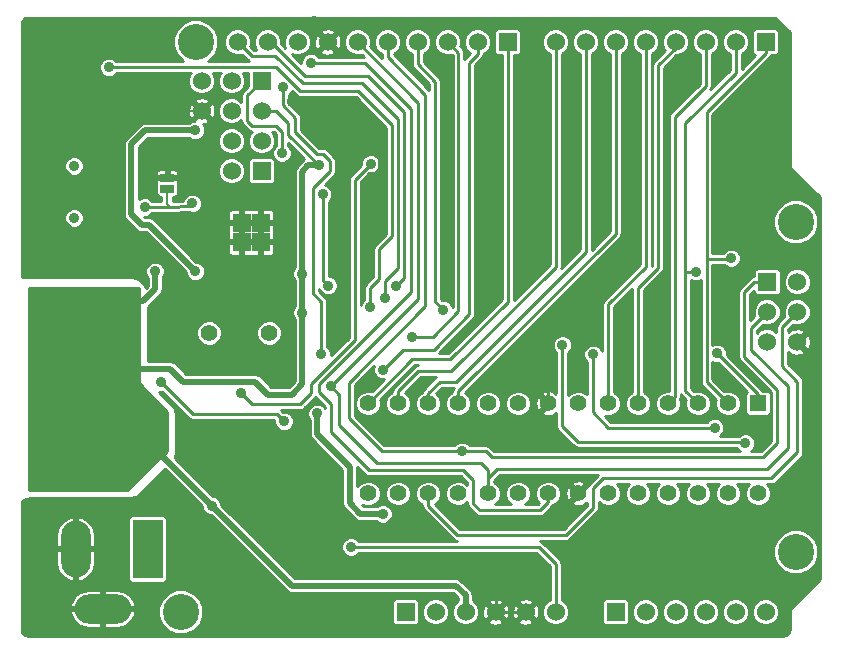
<source format=gbl>
G04 (created by PCBNEW (2013-07-07 BZR 4022)-stable) date Sun 28 Jul 2013 01:55:30 PM NZST*
%MOIN*%
G04 Gerber Fmt 3.4, Leading zero omitted, Abs format*
%FSLAX34Y34*%
G01*
G70*
G90*
G04 APERTURE LIST*
%ADD10C,0.00590551*%
%ADD11R,0.06X0.06*%
%ADD12C,0.06*%
%ADD13C,0.0354*%
%ADD14C,0.056*%
%ADD15C,0.055*%
%ADD16R,0.055X0.055*%
%ADD17O,0.0984252X0.189*%
%ADD18R,0.0984252X0.19685*%
%ADD19O,0.189X0.0984252*%
%ADD20R,0.0629921X0.0629921*%
%ADD21R,0.045X0.025*%
%ADD22C,0.12*%
%ADD23C,0.035*%
%ADD24C,0.02*%
%ADD25C,0.008*%
%ADD26C,0.01*%
G04 APERTURE END LIST*
G54D10*
G54D11*
X18200Y-12300D03*
G54D12*
X18200Y-13300D03*
X17200Y-12300D03*
X17200Y-13300D03*
X16200Y-12300D03*
X16200Y-13300D03*
G54D13*
X11950Y-16866D03*
X11950Y-15134D03*
G54D11*
X18200Y-15300D03*
G54D12*
X17200Y-15300D03*
X18200Y-14300D03*
X17200Y-14300D03*
G54D14*
X16450Y-20700D03*
X18450Y-20700D03*
G54D15*
X33750Y-23050D03*
X32750Y-23050D03*
X31750Y-23050D03*
X30750Y-23050D03*
X29750Y-23050D03*
X28750Y-23050D03*
X27750Y-23050D03*
X26750Y-23050D03*
X25750Y-23050D03*
X24750Y-23050D03*
X23750Y-23050D03*
X22750Y-23050D03*
X21750Y-23050D03*
G54D16*
X34750Y-23050D03*
G54D15*
X21750Y-26050D03*
X22750Y-26050D03*
X23750Y-26050D03*
X24750Y-26050D03*
X25750Y-26050D03*
X26750Y-26050D03*
X27750Y-26050D03*
X28750Y-26050D03*
X29750Y-26050D03*
X30750Y-26050D03*
X31750Y-26050D03*
X32750Y-26050D03*
X33750Y-26050D03*
X34750Y-26050D03*
G54D11*
X35000Y-11000D03*
G54D12*
X34000Y-11000D03*
X33000Y-11000D03*
X32000Y-11000D03*
X31000Y-11000D03*
X30000Y-11000D03*
X29000Y-11000D03*
X28000Y-11000D03*
G54D11*
X30000Y-30000D03*
G54D12*
X31000Y-30000D03*
X32000Y-30000D03*
X33000Y-30000D03*
X34000Y-30000D03*
X35000Y-30000D03*
G54D11*
X26400Y-11000D03*
G54D12*
X25400Y-11000D03*
X24400Y-11000D03*
X23400Y-11000D03*
X22400Y-11000D03*
X21400Y-11000D03*
X20400Y-11000D03*
X19400Y-11000D03*
X18400Y-11000D03*
X17400Y-11000D03*
G54D11*
X35050Y-19000D03*
G54D12*
X36050Y-19000D03*
X35050Y-20000D03*
X36050Y-20000D03*
X35050Y-21000D03*
X36050Y-21000D03*
G54D17*
X12000Y-27900D03*
G54D18*
X14400Y-27900D03*
G54D19*
X12900Y-29900D03*
G54D20*
X17535Y-17664D03*
X17535Y-17035D03*
X18164Y-17664D03*
X18164Y-17035D03*
G54D21*
X15048Y-15520D03*
X15048Y-15895D03*
G54D11*
X23000Y-30000D03*
G54D12*
X24000Y-30000D03*
X25000Y-30000D03*
X26000Y-30000D03*
X27000Y-30000D03*
X28000Y-30000D03*
G54D22*
X16000Y-11000D03*
X15500Y-30000D03*
X36000Y-28000D03*
X36000Y-17000D03*
G54D23*
X20050Y-23385D03*
X22244Y-26732D03*
X20118Y-15118D03*
X15995Y-18650D03*
X15990Y-13950D03*
X19544Y-18725D03*
X19540Y-20020D03*
X13385Y-22637D03*
X16535Y-26456D03*
X14650Y-18650D03*
X12850Y-19650D03*
X12850Y-21600D03*
X10950Y-22600D03*
X10950Y-24200D03*
X11000Y-25650D03*
X11950Y-25350D03*
X12000Y-22950D03*
X13600Y-25700D03*
X13000Y-25100D03*
X13000Y-23250D03*
X33307Y-23858D03*
X29251Y-21417D03*
X22677Y-19133D03*
X34330Y-24370D03*
X28228Y-21102D03*
X22322Y-19527D03*
X33854Y-18212D03*
X32685Y-18660D03*
X22244Y-21929D03*
X33385Y-21377D03*
X21811Y-19842D03*
X13110Y-11850D03*
X23228Y-20826D03*
X18880Y-14710D03*
X20196Y-21417D03*
X18900Y-12510D03*
X19842Y-11692D03*
X20235Y-16080D03*
X20417Y-19121D03*
X14500Y-30600D03*
X10600Y-30500D03*
X10600Y-27100D03*
X16400Y-30669D03*
X35068Y-16654D03*
X35046Y-12100D03*
X34452Y-10362D03*
X27280Y-10340D03*
X19954Y-10290D03*
X10406Y-10399D03*
X35567Y-30587D03*
X36500Y-25800D03*
X25510Y-30600D03*
X21535Y-28543D03*
X18661Y-26338D03*
X20748Y-25393D03*
X10384Y-13391D03*
X32208Y-12100D03*
X31328Y-20900D03*
X29546Y-12056D03*
X27214Y-12034D03*
X25806Y-12012D03*
X28512Y-12078D03*
X30514Y-12056D03*
X29348Y-20152D03*
X30316Y-19932D03*
X30272Y-20922D03*
X24398Y-17446D03*
X24332Y-11990D03*
X28534Y-17336D03*
X29480Y-17292D03*
X27192Y-17402D03*
X25608Y-19910D03*
X25740Y-17424D03*
X21672Y-16044D03*
X22130Y-14400D03*
X21811Y-18622D03*
X13815Y-13350D03*
X10770Y-18510D03*
X15490Y-19770D03*
X13020Y-18510D03*
X30492Y-15862D03*
X16929Y-24173D03*
X15629Y-24173D03*
X28995Y-19200D03*
X19055Y-22322D03*
X19015Y-21259D03*
X24251Y-19921D03*
X24881Y-24645D03*
X18950Y-23650D03*
X14850Y-22350D03*
X21834Y-15063D03*
X17519Y-22716D03*
X15894Y-16386D03*
X14300Y-16500D03*
X20511Y-22480D03*
X21181Y-27834D03*
G54D24*
X20050Y-24065D02*
X20050Y-23385D01*
X20050Y-24065D02*
X21141Y-25157D01*
X21141Y-25157D02*
X21141Y-26377D01*
X21496Y-26732D02*
X22244Y-26732D01*
X21141Y-26377D02*
X21496Y-26732D01*
X14318Y-13950D02*
X15990Y-13950D01*
X13860Y-14408D02*
X14318Y-13950D01*
X13860Y-16750D02*
X13860Y-14408D01*
X14200Y-17090D02*
X13860Y-16750D01*
X14435Y-17090D02*
X14200Y-17090D01*
X14435Y-17090D02*
X15995Y-18650D01*
G54D25*
X19544Y-18725D02*
X19550Y-18725D01*
G54D24*
X19540Y-20020D02*
X19550Y-20020D01*
X13385Y-22637D02*
X13385Y-22204D01*
X13385Y-22204D02*
X13700Y-21889D01*
X13700Y-21889D02*
X15157Y-21889D01*
X15157Y-21889D02*
X15590Y-22322D01*
X15590Y-22322D02*
X17992Y-22322D01*
X17992Y-22322D02*
X18425Y-22755D01*
X18425Y-22755D02*
X19212Y-22755D01*
X19212Y-22755D02*
X19550Y-22418D01*
X19550Y-22418D02*
X19550Y-20020D01*
X19550Y-20020D02*
X19550Y-18725D01*
X19550Y-18725D02*
X19550Y-15331D01*
X19550Y-15331D02*
X19763Y-15118D01*
X19763Y-15118D02*
X20118Y-15118D01*
G54D26*
X18693Y-13300D02*
X18200Y-13300D01*
X20118Y-15118D02*
X19094Y-14094D01*
X19094Y-14094D02*
X19094Y-13700D01*
X19094Y-13700D02*
X18693Y-13300D01*
G54D24*
X16535Y-26456D02*
X13328Y-23250D01*
X13328Y-23250D02*
X13000Y-23250D01*
X19212Y-29133D02*
X16535Y-26456D01*
X12850Y-19650D02*
X14250Y-19650D01*
X14650Y-19250D02*
X14650Y-18650D01*
X14250Y-19650D02*
X14650Y-19250D01*
G54D26*
X12200Y-25100D02*
X13000Y-25100D01*
X11850Y-22600D02*
X12850Y-21600D01*
X10950Y-22600D02*
X11850Y-22600D01*
X10950Y-25600D02*
X10950Y-24200D01*
X11000Y-25650D02*
X10950Y-25600D01*
X12200Y-25100D02*
X11950Y-25350D01*
X12850Y-19650D02*
X12850Y-21600D01*
X13000Y-23250D02*
X13000Y-25100D01*
G54D24*
X22000Y-29133D02*
X19212Y-29133D01*
X22000Y-29133D02*
X22000Y-29141D01*
X22000Y-29141D02*
X22007Y-29133D01*
X22007Y-29133D02*
X24685Y-29133D01*
X24685Y-29133D02*
X25000Y-29448D01*
X25000Y-29448D02*
X25000Y-30000D01*
G54D26*
X21732Y-12125D02*
X22952Y-13346D01*
X22952Y-13346D02*
X22952Y-18858D01*
X22952Y-18858D02*
X22677Y-19133D01*
X18400Y-11000D02*
X18519Y-11000D01*
X29763Y-23858D02*
X33307Y-23858D01*
X29251Y-23346D02*
X29763Y-23858D01*
X29251Y-21417D02*
X29251Y-23346D01*
X18519Y-11000D02*
X19645Y-12125D01*
X19645Y-12125D02*
X21732Y-12125D01*
X22755Y-13582D02*
X22755Y-18543D01*
X22755Y-18543D02*
X22322Y-18976D01*
X22322Y-18976D02*
X22322Y-19527D01*
X17400Y-11000D02*
X17417Y-11000D01*
X34291Y-24330D02*
X34330Y-24370D01*
X28740Y-24330D02*
X34291Y-24330D01*
X28228Y-23818D02*
X28740Y-24330D01*
X28228Y-21102D02*
X28228Y-23818D01*
X19566Y-12362D02*
X21535Y-12362D01*
X18661Y-11456D02*
X19566Y-12362D01*
X17874Y-11456D02*
X18661Y-11456D01*
X17417Y-11000D02*
X17874Y-11456D01*
X21535Y-12362D02*
X22755Y-13582D01*
X33854Y-18212D02*
X33827Y-18239D01*
X33827Y-18239D02*
X33031Y-18239D01*
X33031Y-13346D02*
X35000Y-11377D01*
X33031Y-13346D02*
X33031Y-18239D01*
X33031Y-18239D02*
X33031Y-22331D01*
X33750Y-23050D02*
X33031Y-22331D01*
X35000Y-11377D02*
X35000Y-11000D01*
X32685Y-18660D02*
X32322Y-18660D01*
X34000Y-11000D02*
X34000Y-12024D01*
X32322Y-13701D02*
X32322Y-18660D01*
X34000Y-12024D02*
X32322Y-13701D01*
X32322Y-18660D02*
X32355Y-18660D01*
X32355Y-18660D02*
X32322Y-18660D01*
X32322Y-22622D02*
X32750Y-23050D01*
X32322Y-18660D02*
X32322Y-22622D01*
X31750Y-23050D02*
X31968Y-22831D01*
X33000Y-12474D02*
X33000Y-11000D01*
X31968Y-13505D02*
X33000Y-12474D01*
X31968Y-22831D02*
X31968Y-13505D01*
X32000Y-11000D02*
X32000Y-11188D01*
X30750Y-19190D02*
X30750Y-23050D01*
X31417Y-18523D02*
X30750Y-19190D01*
X31417Y-11771D02*
X31417Y-18523D01*
X32000Y-11188D02*
X31417Y-11771D01*
X31000Y-11000D02*
X31000Y-18500D01*
X29750Y-19750D02*
X29750Y-23050D01*
X31000Y-18500D02*
X29750Y-19750D01*
X24750Y-23050D02*
X24750Y-22651D01*
X30000Y-17401D02*
X30000Y-11000D01*
X24750Y-22651D02*
X30000Y-17401D01*
X23750Y-23050D02*
X23750Y-22706D01*
X29000Y-17995D02*
X29000Y-11000D01*
X24672Y-22322D02*
X29000Y-17995D01*
X24133Y-22322D02*
X24672Y-22322D01*
X23750Y-22706D02*
X24133Y-22322D01*
X22750Y-23050D02*
X22750Y-22643D01*
X28000Y-18487D02*
X28000Y-11000D01*
X24519Y-21968D02*
X28000Y-18487D01*
X23425Y-21968D02*
X24519Y-21968D01*
X22750Y-22643D02*
X23425Y-21968D01*
X26400Y-11000D02*
X26400Y-19664D01*
X21750Y-23053D02*
X21750Y-23050D01*
X23228Y-21574D02*
X21750Y-23053D01*
X24489Y-21574D02*
X23228Y-21574D01*
X26400Y-19664D02*
X24489Y-21574D01*
X25400Y-11000D02*
X25400Y-11411D01*
X22913Y-21259D02*
X22244Y-21929D01*
X23945Y-21259D02*
X22913Y-21259D01*
X25118Y-20086D02*
X23945Y-21259D01*
X25118Y-11692D02*
X25118Y-20086D01*
X25400Y-11411D02*
X25118Y-11692D01*
X34750Y-23050D02*
X34750Y-22742D01*
X34750Y-22742D02*
X33385Y-21377D01*
X22125Y-17913D02*
X22125Y-18897D01*
X21811Y-19212D02*
X21811Y-19842D01*
X22125Y-18897D02*
X21811Y-19212D01*
X22559Y-17480D02*
X22125Y-17913D01*
X22125Y-17913D02*
X22125Y-17913D01*
X22559Y-13779D02*
X22559Y-17480D01*
X21417Y-12637D02*
X22559Y-13779D01*
X19488Y-12637D02*
X21417Y-12637D01*
X18682Y-11832D02*
X19488Y-12637D01*
X13128Y-11832D02*
X18682Y-11832D01*
X13110Y-11850D02*
X13128Y-11832D01*
X24763Y-11363D02*
X24763Y-19973D01*
X23910Y-20826D02*
X23228Y-20826D01*
X24763Y-19973D02*
X23910Y-20826D01*
X24400Y-11000D02*
X24763Y-11363D01*
X24763Y-11363D02*
X24724Y-11324D01*
X17720Y-12780D02*
X18200Y-12300D01*
X17720Y-13640D02*
X17720Y-12780D01*
X17880Y-13800D02*
X17720Y-13640D01*
X18690Y-13800D02*
X17880Y-13800D01*
X18880Y-13990D02*
X18690Y-13800D01*
X18880Y-14710D02*
X18880Y-13990D01*
X19910Y-15877D02*
X19910Y-17340D01*
X19910Y-17340D02*
X19910Y-19350D01*
X19910Y-19350D02*
X19910Y-19380D01*
X19910Y-19380D02*
X20196Y-19666D01*
X20196Y-19666D02*
X20196Y-21417D01*
X20472Y-15314D02*
X20472Y-14960D01*
X20472Y-14960D02*
X20236Y-14724D01*
X20236Y-14724D02*
X20039Y-14724D01*
X20039Y-14724D02*
X19330Y-14015D01*
X19330Y-14015D02*
X19330Y-13543D01*
X19330Y-13543D02*
X18897Y-13110D01*
X18897Y-13110D02*
X18900Y-12510D01*
X20472Y-15314D02*
X19910Y-15877D01*
X19842Y-11692D02*
X21653Y-11692D01*
X27750Y-26344D02*
X27750Y-26050D01*
X27480Y-26614D02*
X27750Y-26344D01*
X25472Y-26614D02*
X27480Y-26614D01*
X25255Y-26397D02*
X25472Y-26614D01*
X25255Y-25610D02*
X25255Y-26397D01*
X24921Y-25275D02*
X25255Y-25610D01*
X21771Y-25275D02*
X24921Y-25275D01*
X20511Y-24015D02*
X21771Y-25275D01*
X20511Y-23070D02*
X20511Y-24015D01*
X20118Y-22677D02*
X20511Y-23070D01*
X20118Y-22401D02*
X20118Y-22677D01*
X23188Y-19330D02*
X20118Y-22401D01*
X23188Y-13228D02*
X23188Y-19330D01*
X21653Y-11692D02*
X23188Y-13228D01*
X20235Y-18939D02*
X20235Y-16080D01*
X20235Y-18939D02*
X20417Y-19121D01*
G54D25*
X10600Y-30500D02*
X10600Y-27100D01*
G54D26*
X16400Y-30669D02*
X16400Y-30700D01*
G54D25*
X34452Y-10362D02*
X27302Y-10362D01*
X27302Y-10362D02*
X27280Y-10340D01*
X15200Y-10290D02*
X10515Y-10290D01*
X15400Y-10190D02*
X15200Y-10290D01*
X16500Y-10190D02*
X15400Y-10190D01*
X16800Y-10290D02*
X16500Y-10190D01*
X19954Y-10290D02*
X16800Y-10290D01*
X10515Y-10290D02*
X10406Y-10399D01*
G54D26*
X26000Y-30000D02*
X27000Y-30000D01*
X26000Y-29188D02*
X26000Y-30000D01*
X25354Y-28543D02*
X26000Y-29188D01*
X21535Y-28543D02*
X25354Y-28543D01*
X18661Y-26338D02*
X20866Y-28543D01*
X19606Y-25393D02*
X18661Y-26338D01*
X20748Y-25393D02*
X19606Y-25393D01*
X20866Y-28543D02*
X21535Y-28543D01*
X32208Y-12100D02*
X31680Y-12628D01*
X31680Y-12628D02*
X31680Y-20548D01*
X31680Y-20548D02*
X31328Y-20900D01*
X28995Y-19799D02*
X28995Y-19200D01*
X29348Y-20152D02*
X28995Y-19799D01*
X30316Y-20878D02*
X30316Y-19932D01*
X30272Y-20922D02*
X30316Y-20878D01*
X24332Y-17380D02*
X24398Y-17446D01*
X24332Y-11990D02*
X24332Y-17380D01*
X25740Y-17424D02*
X25608Y-17556D01*
X25608Y-17556D02*
X25608Y-19910D01*
G54D25*
X22130Y-15586D02*
X22130Y-14400D01*
X21672Y-16044D02*
X22130Y-15586D01*
X21811Y-18622D02*
X21811Y-17801D01*
X22351Y-14621D02*
X22130Y-14400D01*
X22351Y-17262D02*
X22351Y-14621D01*
X21811Y-17801D02*
X22351Y-17262D01*
X16200Y-13300D02*
X13865Y-13300D01*
X13865Y-13300D02*
X13815Y-13350D01*
X13020Y-18510D02*
X10770Y-18510D01*
X15490Y-18660D02*
X15490Y-19770D01*
X15010Y-18180D02*
X15490Y-18660D01*
X13350Y-18180D02*
X15010Y-18180D01*
X13020Y-18510D02*
X13350Y-18180D01*
G54D26*
X28995Y-19200D02*
X30492Y-17703D01*
X30492Y-17703D02*
X30492Y-15862D01*
X16929Y-24173D02*
X15629Y-24173D01*
X27750Y-23050D02*
X27750Y-20445D01*
X27750Y-20445D02*
X28995Y-19200D01*
X19055Y-22322D02*
X19055Y-21299D01*
X19055Y-21299D02*
X19015Y-21259D01*
X23400Y-11000D02*
X23400Y-11740D01*
X23980Y-19649D02*
X24251Y-19921D01*
X23980Y-12320D02*
X23980Y-19649D01*
X23400Y-11740D02*
X23980Y-12320D01*
X35196Y-25551D02*
X36062Y-24685D01*
X23750Y-26466D02*
X24724Y-27440D01*
X24724Y-27440D02*
X28346Y-27440D01*
X28346Y-27440D02*
X29251Y-26535D01*
X29251Y-26535D02*
X29251Y-25866D01*
X29251Y-25866D02*
X29566Y-25551D01*
X29566Y-25551D02*
X35196Y-25551D01*
X36050Y-20000D02*
X35551Y-20498D01*
X23750Y-26466D02*
X23750Y-26050D01*
X35551Y-21811D02*
X35551Y-20498D01*
X36062Y-22322D02*
X35551Y-21811D01*
X36062Y-24685D02*
X36062Y-22322D01*
X24881Y-24645D02*
X25669Y-24645D01*
X34622Y-19000D02*
X35050Y-19000D01*
X34291Y-19330D02*
X34622Y-19000D01*
X34291Y-21496D02*
X34291Y-19330D01*
X35393Y-22598D02*
X34291Y-21496D01*
X35393Y-24370D02*
X35393Y-22598D01*
X34921Y-24842D02*
X35393Y-24370D01*
X25866Y-24842D02*
X34921Y-24842D01*
X25669Y-24645D02*
X25866Y-24842D01*
X21102Y-23543D02*
X22204Y-24645D01*
X22400Y-11494D02*
X23661Y-12755D01*
X23661Y-12755D02*
X23661Y-19803D01*
X23661Y-19803D02*
X21102Y-22362D01*
X21102Y-22362D02*
X21102Y-23543D01*
X22400Y-11000D02*
X22400Y-11494D01*
X22204Y-24645D02*
X24881Y-24645D01*
X18700Y-23400D02*
X18950Y-23650D01*
X15900Y-23400D02*
X18700Y-23400D01*
X14850Y-22350D02*
X15900Y-23400D01*
X21299Y-15597D02*
X21834Y-15063D01*
X21299Y-20944D02*
X21299Y-16173D01*
X19842Y-22401D02*
X21299Y-20944D01*
X19842Y-22716D02*
X19842Y-22401D01*
X19488Y-23070D02*
X19842Y-22716D01*
X17874Y-23070D02*
X19488Y-23070D01*
X17519Y-22716D02*
X17874Y-23070D01*
X21299Y-16173D02*
X21299Y-15597D01*
G54D25*
X15048Y-15895D02*
X15048Y-16398D01*
X15048Y-16398D02*
X15142Y-16492D01*
G54D26*
X15894Y-16386D02*
X15794Y-16486D01*
X15794Y-16486D02*
X15142Y-16492D01*
X15142Y-16492D02*
X14300Y-16500D01*
X25750Y-26050D02*
X25750Y-25549D01*
X34527Y-20522D02*
X35050Y-20000D01*
X34527Y-21259D02*
X34527Y-20522D01*
X35748Y-22480D02*
X34527Y-21259D01*
X35748Y-24527D02*
X35748Y-22480D01*
X35039Y-25236D02*
X35748Y-24527D01*
X26062Y-25236D02*
X35039Y-25236D01*
X25750Y-25549D02*
X26062Y-25236D01*
X21400Y-11000D02*
X23425Y-13025D01*
X23425Y-19566D02*
X20511Y-22480D01*
X23425Y-13025D02*
X23425Y-19566D01*
X21400Y-10966D02*
X21400Y-11000D01*
X25750Y-25277D02*
X25750Y-26050D01*
X20511Y-22480D02*
X20787Y-22755D01*
X20787Y-22755D02*
X20787Y-23779D01*
X20787Y-23779D02*
X22047Y-25039D01*
X22047Y-25039D02*
X25511Y-25039D01*
X25511Y-25039D02*
X25750Y-25277D01*
X28000Y-28393D02*
X28000Y-30000D01*
X27440Y-27834D02*
X28000Y-28393D01*
X21181Y-27834D02*
X27440Y-27834D01*
G54D10*
G36*
X15050Y-24629D02*
X13729Y-25950D01*
X10450Y-25950D01*
X10450Y-19200D01*
X14100Y-19200D01*
X14100Y-22370D01*
X15050Y-23320D01*
X15050Y-24629D01*
X15050Y-24629D01*
G37*
G54D26*
X15050Y-24629D02*
X13729Y-25950D01*
X10450Y-25950D01*
X10450Y-19200D01*
X14100Y-19200D01*
X14100Y-22370D01*
X15050Y-23320D01*
X15050Y-24629D01*
G54D10*
G36*
X22360Y-17398D02*
X21985Y-17773D01*
X21942Y-17837D01*
X21927Y-17913D01*
X21927Y-18815D01*
X21670Y-19072D01*
X21627Y-19136D01*
X21612Y-19212D01*
X21612Y-19583D01*
X21536Y-19659D01*
X21497Y-19753D01*
X21497Y-16173D01*
X21497Y-15679D01*
X21791Y-15386D01*
X21898Y-15386D01*
X22016Y-15337D01*
X22108Y-15246D01*
X22157Y-15127D01*
X22157Y-14998D01*
X22108Y-14880D01*
X22017Y-14788D01*
X21898Y-14739D01*
X21769Y-14739D01*
X21651Y-14788D01*
X21559Y-14879D01*
X21510Y-14998D01*
X21510Y-15105D01*
X21158Y-15457D01*
X21115Y-15521D01*
X21100Y-15597D01*
X21100Y-16173D01*
X21100Y-20862D01*
X20520Y-21443D01*
X20520Y-21353D01*
X20471Y-21234D01*
X20395Y-21158D01*
X20395Y-19666D01*
X20380Y-19590D01*
X20380Y-19590D01*
X20337Y-19526D01*
X20108Y-19297D01*
X20108Y-19221D01*
X20142Y-19303D01*
X20233Y-19395D01*
X20352Y-19444D01*
X20481Y-19444D01*
X20599Y-19395D01*
X20691Y-19304D01*
X20740Y-19185D01*
X20740Y-19056D01*
X20691Y-18938D01*
X20600Y-18846D01*
X20481Y-18797D01*
X20433Y-18797D01*
X20433Y-16338D01*
X20509Y-16263D01*
X20558Y-16144D01*
X20558Y-16015D01*
X20509Y-15897D01*
X20418Y-15805D01*
X20307Y-15760D01*
X20612Y-15455D01*
X20612Y-15455D01*
X20612Y-15455D01*
X20655Y-15390D01*
X20655Y-15390D01*
X20670Y-15314D01*
X20670Y-14960D01*
X20655Y-14884D01*
X20655Y-14884D01*
X20612Y-14820D01*
X20376Y-14584D01*
X20312Y-14541D01*
X20236Y-14525D01*
X20121Y-14525D01*
X19529Y-13933D01*
X19529Y-13543D01*
X19529Y-13543D01*
X19529Y-13543D01*
X19526Y-13528D01*
X19514Y-13467D01*
X19514Y-13467D01*
X19471Y-13402D01*
X19471Y-13402D01*
X19096Y-13028D01*
X19097Y-12770D01*
X19174Y-12693D01*
X19200Y-12630D01*
X19347Y-12778D01*
X19347Y-12778D01*
X19412Y-12821D01*
X19412Y-12821D01*
X19473Y-12833D01*
X19488Y-12836D01*
X19488Y-12836D01*
X19488Y-12836D01*
X21335Y-12836D01*
X22360Y-13861D01*
X22360Y-17398D01*
X22360Y-17398D01*
G37*
G54D26*
X22360Y-17398D02*
X21985Y-17773D01*
X21942Y-17837D01*
X21927Y-17913D01*
X21927Y-18815D01*
X21670Y-19072D01*
X21627Y-19136D01*
X21612Y-19212D01*
X21612Y-19583D01*
X21536Y-19659D01*
X21497Y-19753D01*
X21497Y-16173D01*
X21497Y-15679D01*
X21791Y-15386D01*
X21898Y-15386D01*
X22016Y-15337D01*
X22108Y-15246D01*
X22157Y-15127D01*
X22157Y-14998D01*
X22108Y-14880D01*
X22017Y-14788D01*
X21898Y-14739D01*
X21769Y-14739D01*
X21651Y-14788D01*
X21559Y-14879D01*
X21510Y-14998D01*
X21510Y-15105D01*
X21158Y-15457D01*
X21115Y-15521D01*
X21100Y-15597D01*
X21100Y-16173D01*
X21100Y-20862D01*
X20520Y-21443D01*
X20520Y-21353D01*
X20471Y-21234D01*
X20395Y-21158D01*
X20395Y-19666D01*
X20380Y-19590D01*
X20380Y-19590D01*
X20337Y-19526D01*
X20108Y-19297D01*
X20108Y-19221D01*
X20142Y-19303D01*
X20233Y-19395D01*
X20352Y-19444D01*
X20481Y-19444D01*
X20599Y-19395D01*
X20691Y-19304D01*
X20740Y-19185D01*
X20740Y-19056D01*
X20691Y-18938D01*
X20600Y-18846D01*
X20481Y-18797D01*
X20433Y-18797D01*
X20433Y-16338D01*
X20509Y-16263D01*
X20558Y-16144D01*
X20558Y-16015D01*
X20509Y-15897D01*
X20418Y-15805D01*
X20307Y-15760D01*
X20612Y-15455D01*
X20612Y-15455D01*
X20612Y-15455D01*
X20655Y-15390D01*
X20655Y-15390D01*
X20670Y-15314D01*
X20670Y-14960D01*
X20655Y-14884D01*
X20655Y-14884D01*
X20612Y-14820D01*
X20376Y-14584D01*
X20312Y-14541D01*
X20236Y-14525D01*
X20121Y-14525D01*
X19529Y-13933D01*
X19529Y-13543D01*
X19529Y-13543D01*
X19529Y-13543D01*
X19526Y-13528D01*
X19514Y-13467D01*
X19514Y-13467D01*
X19471Y-13402D01*
X19471Y-13402D01*
X19096Y-13028D01*
X19097Y-12770D01*
X19174Y-12693D01*
X19200Y-12630D01*
X19347Y-12778D01*
X19347Y-12778D01*
X19412Y-12821D01*
X19412Y-12821D01*
X19473Y-12833D01*
X19488Y-12836D01*
X19488Y-12836D01*
X19488Y-12836D01*
X21335Y-12836D01*
X22360Y-13861D01*
X22360Y-17398D01*
G54D10*
G36*
X36801Y-28917D02*
X36748Y-28970D01*
X36748Y-27851D01*
X36748Y-16851D01*
X36634Y-16576D01*
X36424Y-16365D01*
X36149Y-16251D01*
X35851Y-16251D01*
X35576Y-16365D01*
X35448Y-16493D01*
X35448Y-11270D01*
X35448Y-10670D01*
X35425Y-10616D01*
X35384Y-10574D01*
X35329Y-10551D01*
X35270Y-10551D01*
X34670Y-10551D01*
X34616Y-10574D01*
X34574Y-10615D01*
X34551Y-10670D01*
X34551Y-10729D01*
X34551Y-11329D01*
X34574Y-11383D01*
X34615Y-11425D01*
X34655Y-11442D01*
X34198Y-11898D01*
X34198Y-11403D01*
X34253Y-11380D01*
X34379Y-11254D01*
X34448Y-11089D01*
X34448Y-10911D01*
X34380Y-10746D01*
X34254Y-10620D01*
X34089Y-10551D01*
X33911Y-10551D01*
X33746Y-10619D01*
X33620Y-10745D01*
X33551Y-10910D01*
X33551Y-11088D01*
X33619Y-11253D01*
X33745Y-11379D01*
X33801Y-11403D01*
X33801Y-11941D01*
X33162Y-12580D01*
X33183Y-12549D01*
X33183Y-12549D01*
X33198Y-12474D01*
X33198Y-11403D01*
X33253Y-11380D01*
X33379Y-11254D01*
X33448Y-11089D01*
X33448Y-10911D01*
X33380Y-10746D01*
X33254Y-10620D01*
X33089Y-10551D01*
X32911Y-10551D01*
X32746Y-10619D01*
X32620Y-10745D01*
X32551Y-10910D01*
X32551Y-11088D01*
X32619Y-11253D01*
X32745Y-11379D01*
X32801Y-11403D01*
X32801Y-12391D01*
X31828Y-13365D01*
X31785Y-13429D01*
X31770Y-13505D01*
X31770Y-22626D01*
X31666Y-22626D01*
X31510Y-22690D01*
X31391Y-22809D01*
X31326Y-22965D01*
X31326Y-23133D01*
X31390Y-23289D01*
X31509Y-23408D01*
X31665Y-23473D01*
X31833Y-23473D01*
X31989Y-23409D01*
X32108Y-23290D01*
X32173Y-23134D01*
X32173Y-22966D01*
X32150Y-22909D01*
X32151Y-22907D01*
X32151Y-22907D01*
X32166Y-22831D01*
X32166Y-22739D01*
X32182Y-22763D01*
X32343Y-22924D01*
X32326Y-22965D01*
X32326Y-23133D01*
X32390Y-23289D01*
X32509Y-23408D01*
X32665Y-23473D01*
X32833Y-23473D01*
X32989Y-23409D01*
X33108Y-23290D01*
X33173Y-23134D01*
X33173Y-22966D01*
X33109Y-22810D01*
X32990Y-22691D01*
X32834Y-22626D01*
X32666Y-22626D01*
X32624Y-22643D01*
X32521Y-22540D01*
X32521Y-18942D01*
X32620Y-18983D01*
X32749Y-18983D01*
X32833Y-18948D01*
X32833Y-22331D01*
X32848Y-22407D01*
X32891Y-22471D01*
X33343Y-22924D01*
X33326Y-22965D01*
X33326Y-23133D01*
X33390Y-23289D01*
X33509Y-23408D01*
X33665Y-23473D01*
X33833Y-23473D01*
X33989Y-23409D01*
X34108Y-23290D01*
X34173Y-23134D01*
X34173Y-22966D01*
X34109Y-22810D01*
X33990Y-22691D01*
X33834Y-22626D01*
X33666Y-22626D01*
X33624Y-22643D01*
X33229Y-22249D01*
X33229Y-21663D01*
X33321Y-21701D01*
X33428Y-21701D01*
X34383Y-22656D01*
X34349Y-22690D01*
X34326Y-22745D01*
X34326Y-22804D01*
X34326Y-23354D01*
X34349Y-23408D01*
X34390Y-23450D01*
X34445Y-23473D01*
X34504Y-23473D01*
X35054Y-23473D01*
X35108Y-23450D01*
X35150Y-23409D01*
X35173Y-23354D01*
X35173Y-23295D01*
X35173Y-22745D01*
X35150Y-22691D01*
X35109Y-22649D01*
X35054Y-22626D01*
X34995Y-22626D01*
X34906Y-22626D01*
X34890Y-22601D01*
X34890Y-22601D01*
X33709Y-21420D01*
X33709Y-21313D01*
X33660Y-21194D01*
X33569Y-21103D01*
X33450Y-21054D01*
X33321Y-21054D01*
X33229Y-21092D01*
X33229Y-18437D01*
X33622Y-18437D01*
X33670Y-18486D01*
X33789Y-18535D01*
X33918Y-18535D01*
X34036Y-18486D01*
X34128Y-18395D01*
X34177Y-18276D01*
X34177Y-18147D01*
X34128Y-18029D01*
X34037Y-17937D01*
X33918Y-17888D01*
X33789Y-17888D01*
X33671Y-17937D01*
X33579Y-18028D01*
X33574Y-18040D01*
X33229Y-18040D01*
X33229Y-13428D01*
X35140Y-11518D01*
X35140Y-11518D01*
X35140Y-11518D01*
X35183Y-11453D01*
X35183Y-11453D01*
X35184Y-11448D01*
X35329Y-11448D01*
X35383Y-11425D01*
X35425Y-11384D01*
X35448Y-11329D01*
X35448Y-11270D01*
X35448Y-16493D01*
X35365Y-16575D01*
X35251Y-16850D01*
X35251Y-17148D01*
X35365Y-17423D01*
X35575Y-17634D01*
X35850Y-17748D01*
X36148Y-17748D01*
X36423Y-17634D01*
X36634Y-17424D01*
X36748Y-17149D01*
X36748Y-16851D01*
X36748Y-27851D01*
X36634Y-27576D01*
X36505Y-27446D01*
X36505Y-21057D01*
X36500Y-20985D01*
X36500Y-18910D01*
X36431Y-18745D01*
X36305Y-18618D01*
X36139Y-18550D01*
X35960Y-18549D01*
X35795Y-18618D01*
X35668Y-18744D01*
X35600Y-18910D01*
X35599Y-19089D01*
X35668Y-19254D01*
X35794Y-19381D01*
X35960Y-19449D01*
X36139Y-19450D01*
X36304Y-19381D01*
X36431Y-19255D01*
X36499Y-19089D01*
X36500Y-18910D01*
X36500Y-20985D01*
X36492Y-20879D01*
X36448Y-20772D01*
X36381Y-20739D01*
X36310Y-20810D01*
X36120Y-21000D01*
X36381Y-21260D01*
X36448Y-21227D01*
X36505Y-21057D01*
X36505Y-27446D01*
X36424Y-27365D01*
X36310Y-27318D01*
X36149Y-27251D01*
X35851Y-27251D01*
X35576Y-27365D01*
X35365Y-27575D01*
X35251Y-27850D01*
X35251Y-28148D01*
X35365Y-28423D01*
X35575Y-28634D01*
X35850Y-28748D01*
X36148Y-28748D01*
X36423Y-28634D01*
X36634Y-28424D01*
X36748Y-28149D01*
X36748Y-27851D01*
X36748Y-28970D01*
X35859Y-29859D01*
X35816Y-29924D01*
X35801Y-30000D01*
X35801Y-30579D01*
X35782Y-30675D01*
X35740Y-30739D01*
X35675Y-30782D01*
X35580Y-30801D01*
X35448Y-30801D01*
X35448Y-29911D01*
X35380Y-29746D01*
X35254Y-29620D01*
X35089Y-29551D01*
X34911Y-29551D01*
X34746Y-29619D01*
X34620Y-29745D01*
X34551Y-29910D01*
X34551Y-30088D01*
X34619Y-30253D01*
X34745Y-30379D01*
X34910Y-30448D01*
X35088Y-30448D01*
X35253Y-30380D01*
X35379Y-30254D01*
X35448Y-30089D01*
X35448Y-29911D01*
X35448Y-30801D01*
X34448Y-30801D01*
X34448Y-29911D01*
X34380Y-29746D01*
X34254Y-29620D01*
X34089Y-29551D01*
X33911Y-29551D01*
X33746Y-29619D01*
X33620Y-29745D01*
X33551Y-29910D01*
X33551Y-30088D01*
X33619Y-30253D01*
X33745Y-30379D01*
X33910Y-30448D01*
X34088Y-30448D01*
X34253Y-30380D01*
X34379Y-30254D01*
X34448Y-30089D01*
X34448Y-29911D01*
X34448Y-30801D01*
X33448Y-30801D01*
X33448Y-29911D01*
X33380Y-29746D01*
X33254Y-29620D01*
X33089Y-29551D01*
X32911Y-29551D01*
X32746Y-29619D01*
X32620Y-29745D01*
X32551Y-29910D01*
X32551Y-30088D01*
X32619Y-30253D01*
X32745Y-30379D01*
X32910Y-30448D01*
X33088Y-30448D01*
X33253Y-30380D01*
X33379Y-30254D01*
X33448Y-30089D01*
X33448Y-29911D01*
X33448Y-30801D01*
X32448Y-30801D01*
X32448Y-29911D01*
X32380Y-29746D01*
X32254Y-29620D01*
X32089Y-29551D01*
X31911Y-29551D01*
X31746Y-29619D01*
X31620Y-29745D01*
X31551Y-29910D01*
X31551Y-30088D01*
X31619Y-30253D01*
X31745Y-30379D01*
X31910Y-30448D01*
X32088Y-30448D01*
X32253Y-30380D01*
X32379Y-30254D01*
X32448Y-30089D01*
X32448Y-29911D01*
X32448Y-30801D01*
X31448Y-30801D01*
X31448Y-29911D01*
X31380Y-29746D01*
X31254Y-29620D01*
X31089Y-29551D01*
X30911Y-29551D01*
X30746Y-29619D01*
X30620Y-29745D01*
X30551Y-29910D01*
X30551Y-30088D01*
X30619Y-30253D01*
X30745Y-30379D01*
X30910Y-30448D01*
X31088Y-30448D01*
X31253Y-30380D01*
X31379Y-30254D01*
X31448Y-30089D01*
X31448Y-29911D01*
X31448Y-30801D01*
X30448Y-30801D01*
X30448Y-30270D01*
X30448Y-29670D01*
X30425Y-29616D01*
X30384Y-29574D01*
X30329Y-29551D01*
X30270Y-29551D01*
X29670Y-29551D01*
X29616Y-29574D01*
X29574Y-29615D01*
X29551Y-29670D01*
X29551Y-29729D01*
X29551Y-30329D01*
X29574Y-30383D01*
X29615Y-30425D01*
X29670Y-30448D01*
X29729Y-30448D01*
X30329Y-30448D01*
X30383Y-30425D01*
X30425Y-30384D01*
X30448Y-30329D01*
X30448Y-30270D01*
X30448Y-30801D01*
X27455Y-30801D01*
X27455Y-30057D01*
X27442Y-29879D01*
X27398Y-29772D01*
X27331Y-29739D01*
X27260Y-29810D01*
X27260Y-29668D01*
X27227Y-29601D01*
X27057Y-29544D01*
X26879Y-29557D01*
X26772Y-29601D01*
X26739Y-29668D01*
X27000Y-29929D01*
X27260Y-29668D01*
X27260Y-29810D01*
X27070Y-30000D01*
X27331Y-30260D01*
X27398Y-30227D01*
X27455Y-30057D01*
X27455Y-30801D01*
X27260Y-30801D01*
X27260Y-30331D01*
X27000Y-30070D01*
X26929Y-30141D01*
X26929Y-30000D01*
X26668Y-29739D01*
X26601Y-29772D01*
X26544Y-29942D01*
X26557Y-30120D01*
X26601Y-30227D01*
X26668Y-30260D01*
X26929Y-30000D01*
X26929Y-30141D01*
X26739Y-30331D01*
X26772Y-30398D01*
X26942Y-30455D01*
X27120Y-30442D01*
X27227Y-30398D01*
X27260Y-30331D01*
X27260Y-30801D01*
X26455Y-30801D01*
X26455Y-30057D01*
X26442Y-29879D01*
X26398Y-29772D01*
X26331Y-29739D01*
X26260Y-29810D01*
X26260Y-29668D01*
X26227Y-29601D01*
X26057Y-29544D01*
X25879Y-29557D01*
X25772Y-29601D01*
X25739Y-29668D01*
X26000Y-29929D01*
X26260Y-29668D01*
X26260Y-29810D01*
X26070Y-30000D01*
X26331Y-30260D01*
X26398Y-30227D01*
X26455Y-30057D01*
X26455Y-30801D01*
X26260Y-30801D01*
X26260Y-30331D01*
X26000Y-30070D01*
X25929Y-30141D01*
X25929Y-30000D01*
X25668Y-29739D01*
X25601Y-29772D01*
X25544Y-29942D01*
X25557Y-30120D01*
X25601Y-30227D01*
X25668Y-30260D01*
X25929Y-30000D01*
X25929Y-30141D01*
X25739Y-30331D01*
X25772Y-30398D01*
X25942Y-30455D01*
X26120Y-30442D01*
X26227Y-30398D01*
X26260Y-30331D01*
X26260Y-30801D01*
X24450Y-30801D01*
X24450Y-29910D01*
X24381Y-29745D01*
X24255Y-29618D01*
X24089Y-29550D01*
X23910Y-29549D01*
X23745Y-29618D01*
X23618Y-29744D01*
X23550Y-29910D01*
X23549Y-30089D01*
X23618Y-30254D01*
X23744Y-30381D01*
X23910Y-30449D01*
X24089Y-30450D01*
X24254Y-30381D01*
X24381Y-30255D01*
X24449Y-30089D01*
X24450Y-29910D01*
X24450Y-30801D01*
X23448Y-30801D01*
X23448Y-30270D01*
X23448Y-29670D01*
X23425Y-29616D01*
X23384Y-29574D01*
X23329Y-29551D01*
X23270Y-29551D01*
X22670Y-29551D01*
X22616Y-29574D01*
X22574Y-29615D01*
X22551Y-29670D01*
X22551Y-29729D01*
X22551Y-30329D01*
X22574Y-30383D01*
X22615Y-30425D01*
X22670Y-30448D01*
X22729Y-30448D01*
X23329Y-30448D01*
X23383Y-30425D01*
X23425Y-30384D01*
X23448Y-30329D01*
X23448Y-30270D01*
X23448Y-30801D01*
X16248Y-30801D01*
X16248Y-29851D01*
X16134Y-29576D01*
X15924Y-29365D01*
X15649Y-29251D01*
X15351Y-29251D01*
X15076Y-29365D01*
X15040Y-29401D01*
X15040Y-28854D01*
X15040Y-26886D01*
X15018Y-26831D01*
X14976Y-26789D01*
X14921Y-26767D01*
X14862Y-26767D01*
X13878Y-26767D01*
X13823Y-26789D01*
X13782Y-26831D01*
X13759Y-26886D01*
X13759Y-26945D01*
X13759Y-28913D01*
X13781Y-28968D01*
X13823Y-29010D01*
X13878Y-29032D01*
X13937Y-29032D01*
X14921Y-29032D01*
X14976Y-29010D01*
X15017Y-28968D01*
X15040Y-28913D01*
X15040Y-28854D01*
X15040Y-29401D01*
X14865Y-29575D01*
X14751Y-29850D01*
X14751Y-30148D01*
X14865Y-30423D01*
X15075Y-30634D01*
X15350Y-30748D01*
X15648Y-30748D01*
X15923Y-30634D01*
X16134Y-30424D01*
X16248Y-30149D01*
X16248Y-29851D01*
X16248Y-30801D01*
X13977Y-30801D01*
X13977Y-30049D01*
X13977Y-29750D01*
X13965Y-29700D01*
X13842Y-29481D01*
X13644Y-29325D01*
X13402Y-29257D01*
X12950Y-29257D01*
X12950Y-29850D01*
X13955Y-29850D01*
X13977Y-29750D01*
X13977Y-30049D01*
X13955Y-29950D01*
X12950Y-29950D01*
X12950Y-30542D01*
X13402Y-30542D01*
X13644Y-30474D01*
X13842Y-30318D01*
X13965Y-30099D01*
X13977Y-30049D01*
X13977Y-30801D01*
X12850Y-30801D01*
X12850Y-30542D01*
X12850Y-29950D01*
X12850Y-29850D01*
X12850Y-29257D01*
X12642Y-29257D01*
X12642Y-28402D01*
X12642Y-27950D01*
X12642Y-27850D01*
X12642Y-27397D01*
X12574Y-27155D01*
X12418Y-26957D01*
X12199Y-26834D01*
X12149Y-26822D01*
X12050Y-26844D01*
X12050Y-27850D01*
X12642Y-27850D01*
X12642Y-27950D01*
X12050Y-27950D01*
X12050Y-28955D01*
X12149Y-28977D01*
X12199Y-28965D01*
X12418Y-28842D01*
X12574Y-28644D01*
X12642Y-28402D01*
X12642Y-29257D01*
X12397Y-29257D01*
X12155Y-29325D01*
X11957Y-29481D01*
X11950Y-29495D01*
X11950Y-28955D01*
X11950Y-27950D01*
X11950Y-27850D01*
X11950Y-26844D01*
X11850Y-26822D01*
X11800Y-26834D01*
X11581Y-26957D01*
X11425Y-27155D01*
X11357Y-27397D01*
X11357Y-27850D01*
X11950Y-27850D01*
X11950Y-27950D01*
X11357Y-27950D01*
X11357Y-28402D01*
X11425Y-28644D01*
X11581Y-28842D01*
X11800Y-28965D01*
X11850Y-28977D01*
X11950Y-28955D01*
X11950Y-29495D01*
X11834Y-29700D01*
X11822Y-29750D01*
X11844Y-29850D01*
X12850Y-29850D01*
X12850Y-29950D01*
X11844Y-29950D01*
X11822Y-30049D01*
X11834Y-30099D01*
X11957Y-30318D01*
X12155Y-30474D01*
X12397Y-30542D01*
X12850Y-30542D01*
X12850Y-30801D01*
X10420Y-30801D01*
X10324Y-30782D01*
X10260Y-30740D01*
X10217Y-30675D01*
X10198Y-30580D01*
X10198Y-26323D01*
X10235Y-26286D01*
X10361Y-26222D01*
X10503Y-26200D01*
X13797Y-26200D01*
X14003Y-26159D01*
X14178Y-26042D01*
X14972Y-25247D01*
X16210Y-26485D01*
X16210Y-26521D01*
X16259Y-26640D01*
X16351Y-26732D01*
X16470Y-26781D01*
X16506Y-26781D01*
X19035Y-29310D01*
X19116Y-29364D01*
X19212Y-29383D01*
X21960Y-29383D01*
X22000Y-29391D01*
X22039Y-29383D01*
X24581Y-29383D01*
X24750Y-29552D01*
X24750Y-29616D01*
X24745Y-29618D01*
X24618Y-29744D01*
X24550Y-29910D01*
X24549Y-30089D01*
X24618Y-30254D01*
X24744Y-30381D01*
X24910Y-30449D01*
X25089Y-30450D01*
X25254Y-30381D01*
X25381Y-30255D01*
X25449Y-30089D01*
X25450Y-29910D01*
X25381Y-29745D01*
X25255Y-29618D01*
X25250Y-29616D01*
X25250Y-29448D01*
X25249Y-29448D01*
X25250Y-29448D01*
X25246Y-29429D01*
X25230Y-29353D01*
X25230Y-29353D01*
X25176Y-29272D01*
X25176Y-29272D01*
X24861Y-28957D01*
X24780Y-28902D01*
X24685Y-28883D01*
X22007Y-28883D01*
X22003Y-28884D01*
X22003Y-28884D01*
X22000Y-28883D01*
X19316Y-28883D01*
X16860Y-26428D01*
X16860Y-26392D01*
X16811Y-26272D01*
X16719Y-26181D01*
X16600Y-26131D01*
X16564Y-26131D01*
X15299Y-24867D01*
X15309Y-24853D01*
X15350Y-24647D01*
X15350Y-23452D01*
X15309Y-23246D01*
X15192Y-23071D01*
X14794Y-22673D01*
X14892Y-22673D01*
X15759Y-23540D01*
X15759Y-23540D01*
X15824Y-23583D01*
X15824Y-23583D01*
X15900Y-23598D01*
X18617Y-23598D01*
X18626Y-23607D01*
X18626Y-23714D01*
X18675Y-23832D01*
X18766Y-23924D01*
X18885Y-23973D01*
X19014Y-23973D01*
X19132Y-23924D01*
X19224Y-23833D01*
X19273Y-23714D01*
X19273Y-23585D01*
X19224Y-23467D01*
X19133Y-23375D01*
X19014Y-23326D01*
X18907Y-23326D01*
X18849Y-23269D01*
X19488Y-23269D01*
X19564Y-23254D01*
X19564Y-23254D01*
X19628Y-23211D01*
X19982Y-22856D01*
X19996Y-22836D01*
X20313Y-23153D01*
X20313Y-23189D01*
X20234Y-23110D01*
X20114Y-23060D01*
X19985Y-23060D01*
X19866Y-23110D01*
X19774Y-23201D01*
X19725Y-23320D01*
X19724Y-23450D01*
X19774Y-23569D01*
X19800Y-23595D01*
X19800Y-24065D01*
X19819Y-24161D01*
X19873Y-24242D01*
X20891Y-25261D01*
X20891Y-26377D01*
X20910Y-26473D01*
X20964Y-26554D01*
X21319Y-26909D01*
X21400Y-26963D01*
X21496Y-26982D01*
X22034Y-26982D01*
X22059Y-27007D01*
X22179Y-27057D01*
X22308Y-27057D01*
X22427Y-27007D01*
X22519Y-26916D01*
X22569Y-26797D01*
X22569Y-26667D01*
X22519Y-26548D01*
X22428Y-26456D01*
X22309Y-26407D01*
X22179Y-26407D01*
X22060Y-26456D01*
X22034Y-26482D01*
X21599Y-26482D01*
X21537Y-26420D01*
X21665Y-26473D01*
X21833Y-26473D01*
X21989Y-26409D01*
X22108Y-26290D01*
X22173Y-26134D01*
X22173Y-25966D01*
X22109Y-25810D01*
X21990Y-25691D01*
X21834Y-25626D01*
X21666Y-25626D01*
X21510Y-25690D01*
X21391Y-25809D01*
X21391Y-25176D01*
X21631Y-25415D01*
X21695Y-25458D01*
X21695Y-25458D01*
X21771Y-25474D01*
X24839Y-25474D01*
X25057Y-25692D01*
X25057Y-25758D01*
X24990Y-25691D01*
X24834Y-25626D01*
X24666Y-25626D01*
X24510Y-25690D01*
X24391Y-25809D01*
X24326Y-25965D01*
X24326Y-26133D01*
X24390Y-26289D01*
X24509Y-26408D01*
X24665Y-26473D01*
X24833Y-26473D01*
X24989Y-26409D01*
X25057Y-26341D01*
X25057Y-26397D01*
X25072Y-26473D01*
X25115Y-26537D01*
X25332Y-26754D01*
X25332Y-26754D01*
X25396Y-26797D01*
X25396Y-26797D01*
X25472Y-26812D01*
X27480Y-26812D01*
X27556Y-26797D01*
X27556Y-26797D01*
X27620Y-26754D01*
X27890Y-26484D01*
X27922Y-26436D01*
X27922Y-26436D01*
X27989Y-26409D01*
X28108Y-26290D01*
X28173Y-26134D01*
X28173Y-25966D01*
X28109Y-25810D01*
X27990Y-25691D01*
X27834Y-25626D01*
X27666Y-25626D01*
X27510Y-25690D01*
X27391Y-25809D01*
X27326Y-25965D01*
X27326Y-26133D01*
X27390Y-26289D01*
X27457Y-26356D01*
X27398Y-26415D01*
X26977Y-26415D01*
X26990Y-26410D01*
X27110Y-26291D01*
X27174Y-26134D01*
X27175Y-25965D01*
X27110Y-25809D01*
X26991Y-25689D01*
X26834Y-25625D01*
X26665Y-25624D01*
X26509Y-25689D01*
X26389Y-25808D01*
X26325Y-25965D01*
X26324Y-26134D01*
X26389Y-26290D01*
X26508Y-26410D01*
X26522Y-26415D01*
X25973Y-26415D01*
X25989Y-26409D01*
X26108Y-26290D01*
X26173Y-26134D01*
X26173Y-25966D01*
X26109Y-25810D01*
X25990Y-25691D01*
X25948Y-25673D01*
X25948Y-25631D01*
X26145Y-25434D01*
X29402Y-25434D01*
X29111Y-25725D01*
X29068Y-25790D01*
X29064Y-25808D01*
X29063Y-25807D01*
X28992Y-25878D01*
X28992Y-25736D01*
X28962Y-25672D01*
X28801Y-25619D01*
X28633Y-25632D01*
X28537Y-25672D01*
X28507Y-25736D01*
X28750Y-25979D01*
X28992Y-25736D01*
X28992Y-25878D01*
X28820Y-26050D01*
X28826Y-26055D01*
X28755Y-26126D01*
X28750Y-26120D01*
X28679Y-26191D01*
X28679Y-26050D01*
X28436Y-25807D01*
X28372Y-25837D01*
X28319Y-25998D01*
X28332Y-26166D01*
X28372Y-26262D01*
X28436Y-26292D01*
X28679Y-26050D01*
X28679Y-26191D01*
X28507Y-26363D01*
X28537Y-26427D01*
X28698Y-26480D01*
X28866Y-26467D01*
X28962Y-26427D01*
X28992Y-26363D01*
X28992Y-26363D01*
X29020Y-26391D01*
X29053Y-26357D01*
X29053Y-26453D01*
X28992Y-26514D01*
X28264Y-27242D01*
X24806Y-27242D01*
X23978Y-26413D01*
X23989Y-26409D01*
X24108Y-26290D01*
X24173Y-26134D01*
X24173Y-25966D01*
X24109Y-25810D01*
X23990Y-25691D01*
X23834Y-25626D01*
X23666Y-25626D01*
X23510Y-25690D01*
X23391Y-25809D01*
X23326Y-25965D01*
X23326Y-26133D01*
X23390Y-26289D01*
X23509Y-26408D01*
X23551Y-26426D01*
X23551Y-26466D01*
X23566Y-26542D01*
X23609Y-26606D01*
X24584Y-27581D01*
X24584Y-27581D01*
X24648Y-27624D01*
X24648Y-27624D01*
X24700Y-27634D01*
X23173Y-27634D01*
X23173Y-25966D01*
X23109Y-25810D01*
X22990Y-25691D01*
X22834Y-25626D01*
X22666Y-25626D01*
X22510Y-25690D01*
X22391Y-25809D01*
X22326Y-25965D01*
X22326Y-26133D01*
X22390Y-26289D01*
X22509Y-26408D01*
X22665Y-26473D01*
X22833Y-26473D01*
X22989Y-26409D01*
X23108Y-26290D01*
X23173Y-26134D01*
X23173Y-25966D01*
X23173Y-27634D01*
X21440Y-27634D01*
X21365Y-27559D01*
X21246Y-27509D01*
X21116Y-27509D01*
X20997Y-27558D01*
X20905Y-27650D01*
X20856Y-27769D01*
X20856Y-27899D01*
X20905Y-28018D01*
X20996Y-28110D01*
X21116Y-28159D01*
X21245Y-28159D01*
X21364Y-28110D01*
X21440Y-28034D01*
X27358Y-28034D01*
X27800Y-28476D01*
X27800Y-29595D01*
X27745Y-29618D01*
X27618Y-29744D01*
X27550Y-29910D01*
X27549Y-30089D01*
X27618Y-30254D01*
X27744Y-30381D01*
X27910Y-30449D01*
X28089Y-30450D01*
X28254Y-30381D01*
X28381Y-30255D01*
X28449Y-30089D01*
X28450Y-29910D01*
X28381Y-29745D01*
X28255Y-29618D01*
X28200Y-29595D01*
X28200Y-28393D01*
X28187Y-28329D01*
X28184Y-28317D01*
X28184Y-28317D01*
X28141Y-28252D01*
X27582Y-27693D01*
X27517Y-27649D01*
X27464Y-27639D01*
X28346Y-27639D01*
X28422Y-27624D01*
X28422Y-27624D01*
X28486Y-27581D01*
X29392Y-26675D01*
X29435Y-26611D01*
X29435Y-26611D01*
X29450Y-26535D01*
X29450Y-26349D01*
X29509Y-26408D01*
X29665Y-26473D01*
X29833Y-26473D01*
X29989Y-26409D01*
X30108Y-26290D01*
X30173Y-26134D01*
X30173Y-25966D01*
X30109Y-25810D01*
X30048Y-25749D01*
X30451Y-25749D01*
X30391Y-25809D01*
X30326Y-25965D01*
X30326Y-26133D01*
X30390Y-26289D01*
X30509Y-26408D01*
X30665Y-26473D01*
X30833Y-26473D01*
X30989Y-26409D01*
X31108Y-26290D01*
X31173Y-26134D01*
X31173Y-25966D01*
X31109Y-25810D01*
X31048Y-25749D01*
X31451Y-25749D01*
X31391Y-25809D01*
X31326Y-25965D01*
X31326Y-26133D01*
X31390Y-26289D01*
X31509Y-26408D01*
X31665Y-26473D01*
X31833Y-26473D01*
X31989Y-26409D01*
X32108Y-26290D01*
X32173Y-26134D01*
X32173Y-25966D01*
X32109Y-25810D01*
X32048Y-25749D01*
X32451Y-25749D01*
X32391Y-25809D01*
X32326Y-25965D01*
X32326Y-26133D01*
X32390Y-26289D01*
X32509Y-26408D01*
X32665Y-26473D01*
X32833Y-26473D01*
X32989Y-26409D01*
X33108Y-26290D01*
X33173Y-26134D01*
X33173Y-25966D01*
X33109Y-25810D01*
X33048Y-25749D01*
X33451Y-25749D01*
X33391Y-25809D01*
X33326Y-25965D01*
X33326Y-26133D01*
X33390Y-26289D01*
X33509Y-26408D01*
X33665Y-26473D01*
X33833Y-26473D01*
X33989Y-26409D01*
X34108Y-26290D01*
X34173Y-26134D01*
X34173Y-25966D01*
X34109Y-25810D01*
X34048Y-25749D01*
X34451Y-25749D01*
X34391Y-25809D01*
X34326Y-25965D01*
X34326Y-26133D01*
X34390Y-26289D01*
X34509Y-26408D01*
X34665Y-26473D01*
X34833Y-26473D01*
X34989Y-26409D01*
X35108Y-26290D01*
X35173Y-26134D01*
X35173Y-25966D01*
X35109Y-25810D01*
X35048Y-25749D01*
X35196Y-25749D01*
X35272Y-25734D01*
X35272Y-25734D01*
X35337Y-25691D01*
X36203Y-24825D01*
X36203Y-24825D01*
X36203Y-24825D01*
X36246Y-24760D01*
X36246Y-24760D01*
X36258Y-24700D01*
X36261Y-24685D01*
X36261Y-24685D01*
X36261Y-24685D01*
X36261Y-22322D01*
X36246Y-22246D01*
X36246Y-22246D01*
X36203Y-22182D01*
X36203Y-22182D01*
X35749Y-21728D01*
X35749Y-21347D01*
X35761Y-21359D01*
X35789Y-21331D01*
X35822Y-21398D01*
X35992Y-21455D01*
X36170Y-21442D01*
X36277Y-21398D01*
X36310Y-21331D01*
X36050Y-21070D01*
X36044Y-21076D01*
X35973Y-21005D01*
X35979Y-21000D01*
X35973Y-20994D01*
X36044Y-20923D01*
X36050Y-20929D01*
X36310Y-20668D01*
X36277Y-20601D01*
X36107Y-20544D01*
X35929Y-20557D01*
X35822Y-20601D01*
X35789Y-20668D01*
X35761Y-20640D01*
X35749Y-20652D01*
X35749Y-20581D01*
X35905Y-20425D01*
X35960Y-20448D01*
X36138Y-20448D01*
X36303Y-20380D01*
X36429Y-20254D01*
X36498Y-20089D01*
X36498Y-19911D01*
X36430Y-19746D01*
X36304Y-19620D01*
X36139Y-19551D01*
X35961Y-19551D01*
X35796Y-19619D01*
X35670Y-19745D01*
X35601Y-19910D01*
X35601Y-20088D01*
X35624Y-20144D01*
X35410Y-20358D01*
X35367Y-20422D01*
X35352Y-20498D01*
X35352Y-20668D01*
X35304Y-20620D01*
X35139Y-20551D01*
X34961Y-20551D01*
X34796Y-20619D01*
X34725Y-20689D01*
X34725Y-20604D01*
X34905Y-20425D01*
X34960Y-20448D01*
X35138Y-20448D01*
X35303Y-20380D01*
X35429Y-20254D01*
X35498Y-20089D01*
X35498Y-19911D01*
X35430Y-19746D01*
X35304Y-19620D01*
X35139Y-19551D01*
X34961Y-19551D01*
X34796Y-19619D01*
X34670Y-19745D01*
X34601Y-19910D01*
X34601Y-20088D01*
X34624Y-20144D01*
X34489Y-20279D01*
X34489Y-19412D01*
X34601Y-19301D01*
X34601Y-19329D01*
X34624Y-19383D01*
X34665Y-19425D01*
X34720Y-19448D01*
X34779Y-19448D01*
X35379Y-19448D01*
X35433Y-19425D01*
X35475Y-19384D01*
X35498Y-19329D01*
X35498Y-19270D01*
X35498Y-18670D01*
X35475Y-18616D01*
X35434Y-18574D01*
X35379Y-18551D01*
X35320Y-18551D01*
X34720Y-18551D01*
X34666Y-18574D01*
X34624Y-18615D01*
X34601Y-18670D01*
X34601Y-18729D01*
X34601Y-18805D01*
X34546Y-18816D01*
X34481Y-18859D01*
X34151Y-19190D01*
X34108Y-19254D01*
X34092Y-19330D01*
X34092Y-21496D01*
X34108Y-21571D01*
X34151Y-21636D01*
X35195Y-22680D01*
X35195Y-24287D01*
X34839Y-24644D01*
X34514Y-24644D01*
X34604Y-24553D01*
X34654Y-24434D01*
X34654Y-24306D01*
X34605Y-24187D01*
X34514Y-24096D01*
X34395Y-24046D01*
X34266Y-24046D01*
X34147Y-24095D01*
X34111Y-24132D01*
X33490Y-24132D01*
X33581Y-24041D01*
X33630Y-23922D01*
X33630Y-23794D01*
X33581Y-23675D01*
X33490Y-23584D01*
X33371Y-23534D01*
X33243Y-23534D01*
X33124Y-23583D01*
X33048Y-23659D01*
X29845Y-23659D01*
X29655Y-23469D01*
X29665Y-23473D01*
X29833Y-23473D01*
X29989Y-23409D01*
X30108Y-23290D01*
X30173Y-23134D01*
X30173Y-22966D01*
X30109Y-22810D01*
X29990Y-22691D01*
X29948Y-22673D01*
X29948Y-19832D01*
X30551Y-19229D01*
X30551Y-22673D01*
X30510Y-22690D01*
X30391Y-22809D01*
X30326Y-22965D01*
X30326Y-23133D01*
X30390Y-23289D01*
X30509Y-23408D01*
X30665Y-23473D01*
X30833Y-23473D01*
X30989Y-23409D01*
X31108Y-23290D01*
X31173Y-23134D01*
X31173Y-22966D01*
X31109Y-22810D01*
X30990Y-22691D01*
X30948Y-22673D01*
X30948Y-19273D01*
X31557Y-18663D01*
X31557Y-18663D01*
X31557Y-18663D01*
X31600Y-18599D01*
X31600Y-18599D01*
X31612Y-18538D01*
X31615Y-18523D01*
X31615Y-18523D01*
X31615Y-18523D01*
X31615Y-11853D01*
X32021Y-11448D01*
X32088Y-11448D01*
X32253Y-11380D01*
X32379Y-11254D01*
X32448Y-11089D01*
X32448Y-10911D01*
X32380Y-10746D01*
X32254Y-10620D01*
X32089Y-10551D01*
X31911Y-10551D01*
X31746Y-10619D01*
X31620Y-10745D01*
X31551Y-10910D01*
X31551Y-11088D01*
X31619Y-11253D01*
X31637Y-11271D01*
X31277Y-11631D01*
X31234Y-11695D01*
X31218Y-11771D01*
X31218Y-18441D01*
X31198Y-18461D01*
X31198Y-11403D01*
X31253Y-11380D01*
X31379Y-11254D01*
X31448Y-11089D01*
X31448Y-10911D01*
X31380Y-10746D01*
X31254Y-10620D01*
X31089Y-10551D01*
X30911Y-10551D01*
X30746Y-10619D01*
X30620Y-10745D01*
X30551Y-10910D01*
X30551Y-11088D01*
X30619Y-11253D01*
X30745Y-11379D01*
X30801Y-11403D01*
X30801Y-18417D01*
X29609Y-19609D01*
X29566Y-19674D01*
X29551Y-19750D01*
X29551Y-21295D01*
X29526Y-21234D01*
X29435Y-21143D01*
X29316Y-21093D01*
X29187Y-21093D01*
X29069Y-21142D01*
X28977Y-21233D01*
X28928Y-21352D01*
X28928Y-21481D01*
X28977Y-21600D01*
X29053Y-21676D01*
X29053Y-22752D01*
X28991Y-22689D01*
X28834Y-22625D01*
X28665Y-22624D01*
X28509Y-22689D01*
X28426Y-22772D01*
X28426Y-21361D01*
X28502Y-21285D01*
X28551Y-21166D01*
X28551Y-21038D01*
X28502Y-20919D01*
X28411Y-20828D01*
X28292Y-20778D01*
X28164Y-20778D01*
X28045Y-20828D01*
X27954Y-20918D01*
X27904Y-21037D01*
X27904Y-21166D01*
X27954Y-21285D01*
X28029Y-21361D01*
X28029Y-22718D01*
X28020Y-22708D01*
X27992Y-22736D01*
X27962Y-22672D01*
X27801Y-22619D01*
X27633Y-22632D01*
X27537Y-22672D01*
X27507Y-22736D01*
X27750Y-22979D01*
X27755Y-22973D01*
X27826Y-23044D01*
X27820Y-23050D01*
X27826Y-23055D01*
X27755Y-23126D01*
X27750Y-23120D01*
X27679Y-23191D01*
X27679Y-23050D01*
X27436Y-22807D01*
X27372Y-22837D01*
X27319Y-22998D01*
X27332Y-23166D01*
X27372Y-23262D01*
X27436Y-23292D01*
X27679Y-23050D01*
X27679Y-23191D01*
X27507Y-23363D01*
X27537Y-23427D01*
X27698Y-23480D01*
X27866Y-23467D01*
X27962Y-23427D01*
X27992Y-23363D01*
X27992Y-23363D01*
X28020Y-23391D01*
X28029Y-23381D01*
X28029Y-23818D01*
X28045Y-23894D01*
X28088Y-23959D01*
X28599Y-24471D01*
X28599Y-24471D01*
X28664Y-24514D01*
X28664Y-24514D01*
X28740Y-24529D01*
X34046Y-24529D01*
X34056Y-24553D01*
X34147Y-24644D01*
X27992Y-24644D01*
X27173Y-24644D01*
X27173Y-22966D01*
X27109Y-22810D01*
X26990Y-22691D01*
X26834Y-22626D01*
X26666Y-22626D01*
X26510Y-22690D01*
X26391Y-22809D01*
X26326Y-22965D01*
X26326Y-23133D01*
X26390Y-23289D01*
X26509Y-23408D01*
X26665Y-23473D01*
X26833Y-23473D01*
X26989Y-23409D01*
X27108Y-23290D01*
X27173Y-23134D01*
X27173Y-22966D01*
X27173Y-24644D01*
X26173Y-24644D01*
X26173Y-22966D01*
X26109Y-22810D01*
X25990Y-22691D01*
X25834Y-22626D01*
X25666Y-22626D01*
X25510Y-22690D01*
X25391Y-22809D01*
X25326Y-22965D01*
X25326Y-23133D01*
X25390Y-23289D01*
X25509Y-23408D01*
X25665Y-23473D01*
X25833Y-23473D01*
X25989Y-23409D01*
X26108Y-23290D01*
X26173Y-23134D01*
X26173Y-22966D01*
X26173Y-24644D01*
X25948Y-24644D01*
X25809Y-24505D01*
X25745Y-24462D01*
X25669Y-24447D01*
X25140Y-24447D01*
X25065Y-24371D01*
X24946Y-24322D01*
X24817Y-24322D01*
X24698Y-24371D01*
X24622Y-24447D01*
X22286Y-24447D01*
X21300Y-23461D01*
X21300Y-22444D01*
X21949Y-21796D01*
X21920Y-21864D01*
X21920Y-21993D01*
X21969Y-22112D01*
X22060Y-22203D01*
X22179Y-22252D01*
X22269Y-22252D01*
X21877Y-22644D01*
X21834Y-22626D01*
X21666Y-22626D01*
X21510Y-22690D01*
X21391Y-22809D01*
X21326Y-22965D01*
X21326Y-23133D01*
X21390Y-23289D01*
X21509Y-23408D01*
X21665Y-23473D01*
X21833Y-23473D01*
X21989Y-23409D01*
X22108Y-23290D01*
X22173Y-23134D01*
X22173Y-22966D01*
X22157Y-22926D01*
X23310Y-21773D01*
X23409Y-21773D01*
X23349Y-21785D01*
X23284Y-21828D01*
X22609Y-22503D01*
X22566Y-22567D01*
X22551Y-22643D01*
X22551Y-22673D01*
X22510Y-22690D01*
X22391Y-22809D01*
X22326Y-22965D01*
X22326Y-23133D01*
X22390Y-23289D01*
X22509Y-23408D01*
X22665Y-23473D01*
X22833Y-23473D01*
X22989Y-23409D01*
X23108Y-23290D01*
X23173Y-23134D01*
X23173Y-22966D01*
X23109Y-22810D01*
X22990Y-22691D01*
X22985Y-22689D01*
X23507Y-22166D01*
X24016Y-22166D01*
X23993Y-22182D01*
X23609Y-22566D01*
X23566Y-22630D01*
X23558Y-22670D01*
X23510Y-22690D01*
X23391Y-22809D01*
X23326Y-22965D01*
X23326Y-23133D01*
X23390Y-23289D01*
X23509Y-23408D01*
X23665Y-23473D01*
X23833Y-23473D01*
X23989Y-23409D01*
X24108Y-23290D01*
X24173Y-23134D01*
X24173Y-22966D01*
X24109Y-22810D01*
X24018Y-22719D01*
X24216Y-22521D01*
X24603Y-22521D01*
X24566Y-22575D01*
X24551Y-22651D01*
X24551Y-22673D01*
X24510Y-22690D01*
X24391Y-22809D01*
X24326Y-22965D01*
X24326Y-23133D01*
X24390Y-23289D01*
X24509Y-23408D01*
X24665Y-23473D01*
X24833Y-23473D01*
X24989Y-23409D01*
X25108Y-23290D01*
X25173Y-23134D01*
X25173Y-22966D01*
X25109Y-22810D01*
X24990Y-22691D01*
X30140Y-17541D01*
X30140Y-17541D01*
X30140Y-17541D01*
X30183Y-17477D01*
X30183Y-17477D01*
X30195Y-17416D01*
X30198Y-17401D01*
X30198Y-17401D01*
X30198Y-17401D01*
X30198Y-11403D01*
X30253Y-11380D01*
X30379Y-11254D01*
X30448Y-11089D01*
X30448Y-10911D01*
X30380Y-10746D01*
X30254Y-10620D01*
X30089Y-10551D01*
X29911Y-10551D01*
X29746Y-10619D01*
X29620Y-10745D01*
X29551Y-10910D01*
X29551Y-11088D01*
X29619Y-11253D01*
X29745Y-11379D01*
X29801Y-11403D01*
X29801Y-17319D01*
X29198Y-17922D01*
X29198Y-11403D01*
X29253Y-11380D01*
X29379Y-11254D01*
X29448Y-11089D01*
X29448Y-10911D01*
X29380Y-10746D01*
X29254Y-10620D01*
X29089Y-10551D01*
X28911Y-10551D01*
X28746Y-10619D01*
X28620Y-10745D01*
X28551Y-10910D01*
X28551Y-11088D01*
X28619Y-11253D01*
X28745Y-11379D01*
X28801Y-11403D01*
X28801Y-17912D01*
X28191Y-18523D01*
X28198Y-18487D01*
X28198Y-11403D01*
X28253Y-11380D01*
X28379Y-11254D01*
X28448Y-11089D01*
X28448Y-10911D01*
X28380Y-10746D01*
X28254Y-10620D01*
X28089Y-10551D01*
X27911Y-10551D01*
X27746Y-10619D01*
X27620Y-10745D01*
X27551Y-10910D01*
X27551Y-11088D01*
X27619Y-11253D01*
X27745Y-11379D01*
X27801Y-11403D01*
X27801Y-18405D01*
X26598Y-19608D01*
X26598Y-11448D01*
X26729Y-11448D01*
X26783Y-11425D01*
X26825Y-11384D01*
X26848Y-11329D01*
X26848Y-11270D01*
X26848Y-10670D01*
X26825Y-10616D01*
X26784Y-10574D01*
X26729Y-10551D01*
X26670Y-10551D01*
X26070Y-10551D01*
X26016Y-10574D01*
X25974Y-10615D01*
X25951Y-10670D01*
X25951Y-10729D01*
X25951Y-11329D01*
X25974Y-11383D01*
X26015Y-11425D01*
X26070Y-11448D01*
X26129Y-11448D01*
X26201Y-11448D01*
X26201Y-19581D01*
X24407Y-21376D01*
X24109Y-21376D01*
X25258Y-20227D01*
X25258Y-20227D01*
X25258Y-20227D01*
X25301Y-20162D01*
X25301Y-20162D01*
X25313Y-20101D01*
X25316Y-20086D01*
X25316Y-20086D01*
X25316Y-20086D01*
X25316Y-11775D01*
X25540Y-11551D01*
X25540Y-11551D01*
X25540Y-11551D01*
X25583Y-11486D01*
X25583Y-11486D01*
X25595Y-11426D01*
X25598Y-11411D01*
X25598Y-11411D01*
X25598Y-11411D01*
X25598Y-11403D01*
X25653Y-11380D01*
X25779Y-11254D01*
X25848Y-11089D01*
X25848Y-10911D01*
X25780Y-10746D01*
X25654Y-10620D01*
X25489Y-10551D01*
X25311Y-10551D01*
X25146Y-10619D01*
X25020Y-10745D01*
X24951Y-10910D01*
X24951Y-11088D01*
X25019Y-11253D01*
X25145Y-11379D01*
X25149Y-11381D01*
X24977Y-11552D01*
X24962Y-11575D01*
X24962Y-11363D01*
X24947Y-11287D01*
X24947Y-11287D01*
X24904Y-11223D01*
X24864Y-11184D01*
X24825Y-11144D01*
X24848Y-11089D01*
X24848Y-10911D01*
X24780Y-10746D01*
X24654Y-10620D01*
X24489Y-10551D01*
X24311Y-10551D01*
X24146Y-10619D01*
X24020Y-10745D01*
X23951Y-10910D01*
X23951Y-11088D01*
X24019Y-11253D01*
X24145Y-11379D01*
X24310Y-11448D01*
X24488Y-11448D01*
X24544Y-11425D01*
X24565Y-11445D01*
X24565Y-19832D01*
X24526Y-19738D01*
X24435Y-19647D01*
X24316Y-19597D01*
X24209Y-19597D01*
X24178Y-19567D01*
X24178Y-12320D01*
X24163Y-12244D01*
X24163Y-12244D01*
X24120Y-12179D01*
X23598Y-11657D01*
X23598Y-11403D01*
X23653Y-11380D01*
X23779Y-11254D01*
X23848Y-11089D01*
X23848Y-10911D01*
X23780Y-10746D01*
X23654Y-10620D01*
X23489Y-10551D01*
X23311Y-10551D01*
X23146Y-10619D01*
X23020Y-10745D01*
X22951Y-10910D01*
X22951Y-11088D01*
X23019Y-11253D01*
X23145Y-11379D01*
X23201Y-11403D01*
X23201Y-11740D01*
X23216Y-11815D01*
X23259Y-11880D01*
X23781Y-12402D01*
X23781Y-12595D01*
X22598Y-11412D01*
X22598Y-11403D01*
X22653Y-11380D01*
X22779Y-11254D01*
X22848Y-11089D01*
X22848Y-10911D01*
X22780Y-10746D01*
X22654Y-10620D01*
X22489Y-10551D01*
X22311Y-10551D01*
X22146Y-10619D01*
X22020Y-10745D01*
X21951Y-10910D01*
X21951Y-11088D01*
X22019Y-11253D01*
X22145Y-11379D01*
X22201Y-11403D01*
X22201Y-11494D01*
X22208Y-11527D01*
X21825Y-11144D01*
X21848Y-11089D01*
X21848Y-10911D01*
X21780Y-10746D01*
X21654Y-10620D01*
X21489Y-10551D01*
X21311Y-10551D01*
X21146Y-10619D01*
X21020Y-10745D01*
X20951Y-10910D01*
X20951Y-11088D01*
X21019Y-11253D01*
X21145Y-11379D01*
X21310Y-11448D01*
X21488Y-11448D01*
X21544Y-11425D01*
X21613Y-11494D01*
X20855Y-11494D01*
X20855Y-11057D01*
X20842Y-10879D01*
X20798Y-10772D01*
X20731Y-10739D01*
X20660Y-10810D01*
X20660Y-10668D01*
X20627Y-10601D01*
X20457Y-10544D01*
X20279Y-10557D01*
X20172Y-10601D01*
X20139Y-10668D01*
X20400Y-10929D01*
X20660Y-10668D01*
X20660Y-10810D01*
X20470Y-11000D01*
X20731Y-11260D01*
X20798Y-11227D01*
X20855Y-11057D01*
X20855Y-11494D01*
X20660Y-11494D01*
X20660Y-11331D01*
X20400Y-11070D01*
X20329Y-11141D01*
X20329Y-11000D01*
X20068Y-10739D01*
X20001Y-10772D01*
X19944Y-10942D01*
X19957Y-11120D01*
X20001Y-11227D01*
X20068Y-11260D01*
X20329Y-11000D01*
X20329Y-11141D01*
X20139Y-11331D01*
X20172Y-11398D01*
X20342Y-11455D01*
X20520Y-11442D01*
X20627Y-11398D01*
X20660Y-11331D01*
X20660Y-11494D01*
X20101Y-11494D01*
X20025Y-11418D01*
X19907Y-11369D01*
X19778Y-11369D01*
X19659Y-11418D01*
X19568Y-11509D01*
X19519Y-11628D01*
X19519Y-11718D01*
X19204Y-11404D01*
X19310Y-11448D01*
X19488Y-11448D01*
X19653Y-11380D01*
X19779Y-11254D01*
X19848Y-11089D01*
X19848Y-10911D01*
X19780Y-10746D01*
X19654Y-10620D01*
X19489Y-10551D01*
X19311Y-10551D01*
X19146Y-10619D01*
X19020Y-10745D01*
X18951Y-10910D01*
X18951Y-11088D01*
X18995Y-11195D01*
X18848Y-11048D01*
X18848Y-10911D01*
X18780Y-10746D01*
X18654Y-10620D01*
X18489Y-10551D01*
X18311Y-10551D01*
X18146Y-10619D01*
X18020Y-10745D01*
X17951Y-10910D01*
X17951Y-11088D01*
X18019Y-11253D01*
X18024Y-11258D01*
X17956Y-11258D01*
X17830Y-11132D01*
X17848Y-11089D01*
X17848Y-10911D01*
X17780Y-10746D01*
X17654Y-10620D01*
X17489Y-10551D01*
X17311Y-10551D01*
X17146Y-10619D01*
X17020Y-10745D01*
X16951Y-10910D01*
X16951Y-11088D01*
X17019Y-11253D01*
X17145Y-11379D01*
X17310Y-11448D01*
X17488Y-11448D01*
X17557Y-11420D01*
X17733Y-11596D01*
X17733Y-11597D01*
X17788Y-11633D01*
X16424Y-11633D01*
X16634Y-11424D01*
X16748Y-11149D01*
X16748Y-10851D01*
X16634Y-10576D01*
X16424Y-10365D01*
X16149Y-10251D01*
X15851Y-10251D01*
X15576Y-10365D01*
X15365Y-10575D01*
X15251Y-10850D01*
X15251Y-11148D01*
X15365Y-11423D01*
X15575Y-11633D01*
X13351Y-11633D01*
X13293Y-11576D01*
X13174Y-11527D01*
X13046Y-11526D01*
X12927Y-11576D01*
X12836Y-11666D01*
X12786Y-11785D01*
X12786Y-11914D01*
X12835Y-12033D01*
X12926Y-12124D01*
X13045Y-12173D01*
X13174Y-12173D01*
X13293Y-12124D01*
X13384Y-12033D01*
X13385Y-12030D01*
X15835Y-12030D01*
X15820Y-12045D01*
X15751Y-12210D01*
X15751Y-12388D01*
X15819Y-12553D01*
X15945Y-12679D01*
X16110Y-12748D01*
X16288Y-12748D01*
X16453Y-12680D01*
X16579Y-12554D01*
X16648Y-12389D01*
X16648Y-12211D01*
X16580Y-12046D01*
X16564Y-12030D01*
X16835Y-12030D01*
X16820Y-12045D01*
X16751Y-12210D01*
X16751Y-12388D01*
X16819Y-12553D01*
X16945Y-12679D01*
X17110Y-12748D01*
X17288Y-12748D01*
X17453Y-12680D01*
X17579Y-12554D01*
X17648Y-12389D01*
X17648Y-12211D01*
X17580Y-12046D01*
X17564Y-12030D01*
X17751Y-12030D01*
X17751Y-12467D01*
X17579Y-12639D01*
X17536Y-12704D01*
X17521Y-12780D01*
X17521Y-12987D01*
X17454Y-12920D01*
X17289Y-12851D01*
X17111Y-12851D01*
X16946Y-12919D01*
X16820Y-13045D01*
X16751Y-13210D01*
X16751Y-13388D01*
X16819Y-13553D01*
X16945Y-13679D01*
X17110Y-13748D01*
X17288Y-13748D01*
X17453Y-13680D01*
X17521Y-13612D01*
X17521Y-13640D01*
X17536Y-13715D01*
X17579Y-13780D01*
X17739Y-13940D01*
X17804Y-13983D01*
X17804Y-13983D01*
X17869Y-13996D01*
X17820Y-14045D01*
X17751Y-14210D01*
X17751Y-14388D01*
X17819Y-14553D01*
X17945Y-14679D01*
X18110Y-14748D01*
X18288Y-14748D01*
X18453Y-14680D01*
X18579Y-14554D01*
X18648Y-14389D01*
X18648Y-14211D01*
X18580Y-14046D01*
X18532Y-13998D01*
X18607Y-13998D01*
X18681Y-14072D01*
X18681Y-14451D01*
X18605Y-14526D01*
X18556Y-14645D01*
X18556Y-14774D01*
X18605Y-14892D01*
X18696Y-14984D01*
X18815Y-15033D01*
X18944Y-15033D01*
X19062Y-14984D01*
X19154Y-14893D01*
X19203Y-14774D01*
X19203Y-14645D01*
X19154Y-14527D01*
X19078Y-14450D01*
X19078Y-14361D01*
X19629Y-14912D01*
X19587Y-14941D01*
X19587Y-14941D01*
X19373Y-15155D01*
X19319Y-15236D01*
X19300Y-15331D01*
X19300Y-18509D01*
X19268Y-18540D01*
X19219Y-18660D01*
X19218Y-18789D01*
X19268Y-18908D01*
X19300Y-18940D01*
X19300Y-19800D01*
X19264Y-19835D01*
X19215Y-19955D01*
X19214Y-20084D01*
X19264Y-20203D01*
X19300Y-20239D01*
X19300Y-22314D01*
X19109Y-22505D01*
X18878Y-22505D01*
X18878Y-20615D01*
X18813Y-20457D01*
X18693Y-20337D01*
X18648Y-20318D01*
X18648Y-15570D01*
X18648Y-14970D01*
X18625Y-14916D01*
X18584Y-14874D01*
X18529Y-14851D01*
X18470Y-14851D01*
X17870Y-14851D01*
X17816Y-14874D01*
X17774Y-14915D01*
X17751Y-14970D01*
X17751Y-15029D01*
X17751Y-15629D01*
X17774Y-15683D01*
X17815Y-15725D01*
X17870Y-15748D01*
X17929Y-15748D01*
X18529Y-15748D01*
X18583Y-15725D01*
X18625Y-15684D01*
X18648Y-15629D01*
X18648Y-15570D01*
X18648Y-20318D01*
X18629Y-20310D01*
X18629Y-18009D01*
X18629Y-17379D01*
X18629Y-17350D01*
X18629Y-17320D01*
X18629Y-16690D01*
X18607Y-16635D01*
X18565Y-16592D01*
X18509Y-16570D01*
X18450Y-16570D01*
X18252Y-16570D01*
X18214Y-16607D01*
X18214Y-16985D01*
X18592Y-16985D01*
X18629Y-16947D01*
X18629Y-16690D01*
X18629Y-17320D01*
X18629Y-17320D01*
X18629Y-17122D01*
X18592Y-17085D01*
X18214Y-17085D01*
X18214Y-17237D01*
X18214Y-17462D01*
X18214Y-17614D01*
X18592Y-17614D01*
X18629Y-17577D01*
X18629Y-17379D01*
X18629Y-17379D01*
X18629Y-18009D01*
X18629Y-17752D01*
X18592Y-17714D01*
X18214Y-17714D01*
X18214Y-18092D01*
X18252Y-18129D01*
X18450Y-18129D01*
X18509Y-18129D01*
X18565Y-18107D01*
X18607Y-18064D01*
X18629Y-18009D01*
X18629Y-20310D01*
X18535Y-20271D01*
X18365Y-20271D01*
X18207Y-20336D01*
X18114Y-20429D01*
X18114Y-18092D01*
X18114Y-17714D01*
X18114Y-17614D01*
X18114Y-17462D01*
X18114Y-17237D01*
X18114Y-17085D01*
X18114Y-16985D01*
X18114Y-16607D01*
X18077Y-16570D01*
X17879Y-16570D01*
X17850Y-16570D01*
X17820Y-16570D01*
X17648Y-16570D01*
X17648Y-15211D01*
X17648Y-14211D01*
X17580Y-14046D01*
X17454Y-13920D01*
X17289Y-13851D01*
X17111Y-13851D01*
X16946Y-13919D01*
X16820Y-14045D01*
X16751Y-14210D01*
X16751Y-14388D01*
X16819Y-14553D01*
X16945Y-14679D01*
X17110Y-14748D01*
X17288Y-14748D01*
X17453Y-14680D01*
X17579Y-14554D01*
X17648Y-14389D01*
X17648Y-14211D01*
X17648Y-15211D01*
X17580Y-15046D01*
X17454Y-14920D01*
X17289Y-14851D01*
X17111Y-14851D01*
X16946Y-14919D01*
X16820Y-15045D01*
X16751Y-15210D01*
X16751Y-15388D01*
X16819Y-15553D01*
X16945Y-15679D01*
X17110Y-15748D01*
X17288Y-15748D01*
X17453Y-15680D01*
X17579Y-15554D01*
X17648Y-15389D01*
X17648Y-15211D01*
X17648Y-16570D01*
X17622Y-16570D01*
X17585Y-16607D01*
X17585Y-16985D01*
X17737Y-16985D01*
X17962Y-16985D01*
X18114Y-16985D01*
X18114Y-17085D01*
X17962Y-17085D01*
X17737Y-17085D01*
X17585Y-17085D01*
X17585Y-17237D01*
X17585Y-17462D01*
X17585Y-17614D01*
X17737Y-17614D01*
X17962Y-17614D01*
X18114Y-17614D01*
X18114Y-17714D01*
X17962Y-17714D01*
X17737Y-17714D01*
X17585Y-17714D01*
X17585Y-18092D01*
X17622Y-18129D01*
X17820Y-18129D01*
X17850Y-18129D01*
X17879Y-18129D01*
X18077Y-18129D01*
X18114Y-18092D01*
X18114Y-20429D01*
X18087Y-20456D01*
X18021Y-20614D01*
X18021Y-20784D01*
X18086Y-20942D01*
X18206Y-21062D01*
X18364Y-21128D01*
X18534Y-21128D01*
X18692Y-21063D01*
X18812Y-20943D01*
X18878Y-20785D01*
X18878Y-20615D01*
X18878Y-22505D01*
X18528Y-22505D01*
X18168Y-22146D01*
X18087Y-22091D01*
X17992Y-22072D01*
X17485Y-22072D01*
X17485Y-18092D01*
X17485Y-17714D01*
X17485Y-17614D01*
X17485Y-17462D01*
X17485Y-17237D01*
X17485Y-17085D01*
X17485Y-16985D01*
X17485Y-16607D01*
X17447Y-16570D01*
X17249Y-16570D01*
X17190Y-16570D01*
X17134Y-16592D01*
X17092Y-16635D01*
X17070Y-16690D01*
X17070Y-16947D01*
X17107Y-16985D01*
X17485Y-16985D01*
X17485Y-17085D01*
X17107Y-17085D01*
X17070Y-17122D01*
X17070Y-17320D01*
X17070Y-17320D01*
X17070Y-17350D01*
X17070Y-17379D01*
X17070Y-17379D01*
X17070Y-17577D01*
X17107Y-17614D01*
X17485Y-17614D01*
X17485Y-17714D01*
X17107Y-17714D01*
X17070Y-17752D01*
X17070Y-18009D01*
X17092Y-18064D01*
X17134Y-18107D01*
X17190Y-18129D01*
X17249Y-18129D01*
X17447Y-18129D01*
X17485Y-18092D01*
X17485Y-22072D01*
X16878Y-22072D01*
X16878Y-20615D01*
X16813Y-20457D01*
X16693Y-20337D01*
X16655Y-20321D01*
X16655Y-13357D01*
X16642Y-13179D01*
X16598Y-13072D01*
X16531Y-13039D01*
X16460Y-13110D01*
X16460Y-12968D01*
X16427Y-12901D01*
X16257Y-12844D01*
X16079Y-12857D01*
X15972Y-12901D01*
X15939Y-12968D01*
X16200Y-13229D01*
X16460Y-12968D01*
X16460Y-13110D01*
X16270Y-13300D01*
X16531Y-13560D01*
X16598Y-13527D01*
X16655Y-13357D01*
X16655Y-20321D01*
X16535Y-20271D01*
X16460Y-20271D01*
X16460Y-13631D01*
X16200Y-13370D01*
X16129Y-13441D01*
X16129Y-13300D01*
X15868Y-13039D01*
X15801Y-13072D01*
X15744Y-13242D01*
X15757Y-13420D01*
X15801Y-13527D01*
X15868Y-13560D01*
X16129Y-13300D01*
X16129Y-13441D01*
X15945Y-13624D01*
X15925Y-13624D01*
X15806Y-13674D01*
X15780Y-13700D01*
X14318Y-13700D01*
X14317Y-13700D01*
X14298Y-13703D01*
X14222Y-13719D01*
X14141Y-13773D01*
X14141Y-13773D01*
X13683Y-14231D01*
X13629Y-14312D01*
X13610Y-14408D01*
X13610Y-16750D01*
X13629Y-16845D01*
X13683Y-16926D01*
X14023Y-17266D01*
X14023Y-17266D01*
X14104Y-17320D01*
X14104Y-17320D01*
X14180Y-17336D01*
X14199Y-17340D01*
X14199Y-17339D01*
X14200Y-17340D01*
X14332Y-17340D01*
X15670Y-18678D01*
X15670Y-18714D01*
X15719Y-18833D01*
X15811Y-18925D01*
X15930Y-18974D01*
X16060Y-18975D01*
X16179Y-18925D01*
X16271Y-18834D01*
X16320Y-18714D01*
X16320Y-18585D01*
X16271Y-18466D01*
X16180Y-18374D01*
X16060Y-18325D01*
X16024Y-18325D01*
X14612Y-16913D01*
X14531Y-16859D01*
X14435Y-16840D01*
X14303Y-16840D01*
X14286Y-16823D01*
X14364Y-16823D01*
X14482Y-16774D01*
X14561Y-16696D01*
X15143Y-16691D01*
X15146Y-16690D01*
X15770Y-16685D01*
X15829Y-16709D01*
X15958Y-16709D01*
X16076Y-16660D01*
X16168Y-16569D01*
X16217Y-16450D01*
X16217Y-16321D01*
X16168Y-16203D01*
X16077Y-16111D01*
X15958Y-16062D01*
X15829Y-16062D01*
X15711Y-16111D01*
X15619Y-16202D01*
X15583Y-16289D01*
X15236Y-16292D01*
X15236Y-16168D01*
X15302Y-16168D01*
X15356Y-16145D01*
X15398Y-16104D01*
X15421Y-16049D01*
X15421Y-15990D01*
X15421Y-15740D01*
X15408Y-15710D01*
X15423Y-15675D01*
X15423Y-15366D01*
X15400Y-15311D01*
X15358Y-15268D01*
X15302Y-15246D01*
X15243Y-15245D01*
X15135Y-15245D01*
X15098Y-15283D01*
X15098Y-15470D01*
X15385Y-15470D01*
X15423Y-15433D01*
X15423Y-15366D01*
X15423Y-15675D01*
X15423Y-15608D01*
X15385Y-15570D01*
X15098Y-15570D01*
X15098Y-15578D01*
X14998Y-15578D01*
X14998Y-15570D01*
X14998Y-15470D01*
X14998Y-15283D01*
X14960Y-15245D01*
X14852Y-15245D01*
X14793Y-15246D01*
X14737Y-15268D01*
X14695Y-15311D01*
X14672Y-15366D01*
X14673Y-15433D01*
X14710Y-15470D01*
X14998Y-15470D01*
X14998Y-15570D01*
X14710Y-15570D01*
X14673Y-15608D01*
X14672Y-15675D01*
X14687Y-15710D01*
X14674Y-15740D01*
X14674Y-15799D01*
X14674Y-16049D01*
X14697Y-16103D01*
X14738Y-16145D01*
X14793Y-16168D01*
X14852Y-16168D01*
X14859Y-16168D01*
X14859Y-16296D01*
X14556Y-16299D01*
X14483Y-16225D01*
X14364Y-16176D01*
X14235Y-16176D01*
X14117Y-16225D01*
X14110Y-16232D01*
X14110Y-14511D01*
X14421Y-14200D01*
X15780Y-14200D01*
X15805Y-14225D01*
X15925Y-14274D01*
X16054Y-14275D01*
X16173Y-14225D01*
X16265Y-14134D01*
X16314Y-14014D01*
X16315Y-13885D01*
X16265Y-13766D01*
X16247Y-13747D01*
X16320Y-13742D01*
X16427Y-13698D01*
X16460Y-13631D01*
X16460Y-20271D01*
X16365Y-20271D01*
X16207Y-20336D01*
X16087Y-20456D01*
X16021Y-20614D01*
X16021Y-20784D01*
X16086Y-20942D01*
X16206Y-21062D01*
X16364Y-21128D01*
X16534Y-21128D01*
X16692Y-21063D01*
X16812Y-20943D01*
X16878Y-20785D01*
X16878Y-20615D01*
X16878Y-22072D01*
X15694Y-22072D01*
X15334Y-21712D01*
X15253Y-21658D01*
X15157Y-21639D01*
X14400Y-21639D01*
X14400Y-19844D01*
X14426Y-19826D01*
X14826Y-19426D01*
X14826Y-19426D01*
X14826Y-19426D01*
X14880Y-19345D01*
X14880Y-19345D01*
X14896Y-19269D01*
X14900Y-19250D01*
X14899Y-19250D01*
X14900Y-19250D01*
X14900Y-18859D01*
X14925Y-18834D01*
X14974Y-18714D01*
X14975Y-18585D01*
X14925Y-18466D01*
X14834Y-18374D01*
X14714Y-18325D01*
X14585Y-18324D01*
X14466Y-18374D01*
X14374Y-18465D01*
X14325Y-18585D01*
X14324Y-18714D01*
X14374Y-18833D01*
X14400Y-18859D01*
X14400Y-19146D01*
X14354Y-19192D01*
X14295Y-19076D01*
X14173Y-18954D01*
X14020Y-18876D01*
X13853Y-18850D01*
X12275Y-18850D01*
X12275Y-16801D01*
X12275Y-15069D01*
X12226Y-14949D01*
X12134Y-14858D01*
X12015Y-14808D01*
X11885Y-14808D01*
X11765Y-14857D01*
X11674Y-14949D01*
X11624Y-15068D01*
X11624Y-15198D01*
X11673Y-15318D01*
X11765Y-15409D01*
X11884Y-15459D01*
X12014Y-15459D01*
X12134Y-15410D01*
X12225Y-15318D01*
X12275Y-15199D01*
X12275Y-15069D01*
X12275Y-16801D01*
X12226Y-16681D01*
X12134Y-16590D01*
X12015Y-16540D01*
X11885Y-16540D01*
X11765Y-16589D01*
X11674Y-16681D01*
X11624Y-16800D01*
X11624Y-16930D01*
X11673Y-17050D01*
X11765Y-17141D01*
X11884Y-17191D01*
X12014Y-17191D01*
X12134Y-17142D01*
X12225Y-17050D01*
X12275Y-16931D01*
X12275Y-16801D01*
X12275Y-18850D01*
X10198Y-18850D01*
X10198Y-10419D01*
X10217Y-10324D01*
X10260Y-10259D01*
X10324Y-10217D01*
X10420Y-10198D01*
X35317Y-10198D01*
X35801Y-10682D01*
X35801Y-15100D01*
X35816Y-15175D01*
X35859Y-15240D01*
X36801Y-16182D01*
X36801Y-28917D01*
X36801Y-28917D01*
G37*
G54D26*
X36801Y-28917D02*
X36748Y-28970D01*
X36748Y-27851D01*
X36748Y-16851D01*
X36634Y-16576D01*
X36424Y-16365D01*
X36149Y-16251D01*
X35851Y-16251D01*
X35576Y-16365D01*
X35448Y-16493D01*
X35448Y-11270D01*
X35448Y-10670D01*
X35425Y-10616D01*
X35384Y-10574D01*
X35329Y-10551D01*
X35270Y-10551D01*
X34670Y-10551D01*
X34616Y-10574D01*
X34574Y-10615D01*
X34551Y-10670D01*
X34551Y-10729D01*
X34551Y-11329D01*
X34574Y-11383D01*
X34615Y-11425D01*
X34655Y-11442D01*
X34198Y-11898D01*
X34198Y-11403D01*
X34253Y-11380D01*
X34379Y-11254D01*
X34448Y-11089D01*
X34448Y-10911D01*
X34380Y-10746D01*
X34254Y-10620D01*
X34089Y-10551D01*
X33911Y-10551D01*
X33746Y-10619D01*
X33620Y-10745D01*
X33551Y-10910D01*
X33551Y-11088D01*
X33619Y-11253D01*
X33745Y-11379D01*
X33801Y-11403D01*
X33801Y-11941D01*
X33162Y-12580D01*
X33183Y-12549D01*
X33183Y-12549D01*
X33198Y-12474D01*
X33198Y-11403D01*
X33253Y-11380D01*
X33379Y-11254D01*
X33448Y-11089D01*
X33448Y-10911D01*
X33380Y-10746D01*
X33254Y-10620D01*
X33089Y-10551D01*
X32911Y-10551D01*
X32746Y-10619D01*
X32620Y-10745D01*
X32551Y-10910D01*
X32551Y-11088D01*
X32619Y-11253D01*
X32745Y-11379D01*
X32801Y-11403D01*
X32801Y-12391D01*
X31828Y-13365D01*
X31785Y-13429D01*
X31770Y-13505D01*
X31770Y-22626D01*
X31666Y-22626D01*
X31510Y-22690D01*
X31391Y-22809D01*
X31326Y-22965D01*
X31326Y-23133D01*
X31390Y-23289D01*
X31509Y-23408D01*
X31665Y-23473D01*
X31833Y-23473D01*
X31989Y-23409D01*
X32108Y-23290D01*
X32173Y-23134D01*
X32173Y-22966D01*
X32150Y-22909D01*
X32151Y-22907D01*
X32151Y-22907D01*
X32166Y-22831D01*
X32166Y-22739D01*
X32182Y-22763D01*
X32343Y-22924D01*
X32326Y-22965D01*
X32326Y-23133D01*
X32390Y-23289D01*
X32509Y-23408D01*
X32665Y-23473D01*
X32833Y-23473D01*
X32989Y-23409D01*
X33108Y-23290D01*
X33173Y-23134D01*
X33173Y-22966D01*
X33109Y-22810D01*
X32990Y-22691D01*
X32834Y-22626D01*
X32666Y-22626D01*
X32624Y-22643D01*
X32521Y-22540D01*
X32521Y-18942D01*
X32620Y-18983D01*
X32749Y-18983D01*
X32833Y-18948D01*
X32833Y-22331D01*
X32848Y-22407D01*
X32891Y-22471D01*
X33343Y-22924D01*
X33326Y-22965D01*
X33326Y-23133D01*
X33390Y-23289D01*
X33509Y-23408D01*
X33665Y-23473D01*
X33833Y-23473D01*
X33989Y-23409D01*
X34108Y-23290D01*
X34173Y-23134D01*
X34173Y-22966D01*
X34109Y-22810D01*
X33990Y-22691D01*
X33834Y-22626D01*
X33666Y-22626D01*
X33624Y-22643D01*
X33229Y-22249D01*
X33229Y-21663D01*
X33321Y-21701D01*
X33428Y-21701D01*
X34383Y-22656D01*
X34349Y-22690D01*
X34326Y-22745D01*
X34326Y-22804D01*
X34326Y-23354D01*
X34349Y-23408D01*
X34390Y-23450D01*
X34445Y-23473D01*
X34504Y-23473D01*
X35054Y-23473D01*
X35108Y-23450D01*
X35150Y-23409D01*
X35173Y-23354D01*
X35173Y-23295D01*
X35173Y-22745D01*
X35150Y-22691D01*
X35109Y-22649D01*
X35054Y-22626D01*
X34995Y-22626D01*
X34906Y-22626D01*
X34890Y-22601D01*
X34890Y-22601D01*
X33709Y-21420D01*
X33709Y-21313D01*
X33660Y-21194D01*
X33569Y-21103D01*
X33450Y-21054D01*
X33321Y-21054D01*
X33229Y-21092D01*
X33229Y-18437D01*
X33622Y-18437D01*
X33670Y-18486D01*
X33789Y-18535D01*
X33918Y-18535D01*
X34036Y-18486D01*
X34128Y-18395D01*
X34177Y-18276D01*
X34177Y-18147D01*
X34128Y-18029D01*
X34037Y-17937D01*
X33918Y-17888D01*
X33789Y-17888D01*
X33671Y-17937D01*
X33579Y-18028D01*
X33574Y-18040D01*
X33229Y-18040D01*
X33229Y-13428D01*
X35140Y-11518D01*
X35140Y-11518D01*
X35140Y-11518D01*
X35183Y-11453D01*
X35183Y-11453D01*
X35184Y-11448D01*
X35329Y-11448D01*
X35383Y-11425D01*
X35425Y-11384D01*
X35448Y-11329D01*
X35448Y-11270D01*
X35448Y-16493D01*
X35365Y-16575D01*
X35251Y-16850D01*
X35251Y-17148D01*
X35365Y-17423D01*
X35575Y-17634D01*
X35850Y-17748D01*
X36148Y-17748D01*
X36423Y-17634D01*
X36634Y-17424D01*
X36748Y-17149D01*
X36748Y-16851D01*
X36748Y-27851D01*
X36634Y-27576D01*
X36505Y-27446D01*
X36505Y-21057D01*
X36500Y-20985D01*
X36500Y-18910D01*
X36431Y-18745D01*
X36305Y-18618D01*
X36139Y-18550D01*
X35960Y-18549D01*
X35795Y-18618D01*
X35668Y-18744D01*
X35600Y-18910D01*
X35599Y-19089D01*
X35668Y-19254D01*
X35794Y-19381D01*
X35960Y-19449D01*
X36139Y-19450D01*
X36304Y-19381D01*
X36431Y-19255D01*
X36499Y-19089D01*
X36500Y-18910D01*
X36500Y-20985D01*
X36492Y-20879D01*
X36448Y-20772D01*
X36381Y-20739D01*
X36310Y-20810D01*
X36120Y-21000D01*
X36381Y-21260D01*
X36448Y-21227D01*
X36505Y-21057D01*
X36505Y-27446D01*
X36424Y-27365D01*
X36310Y-27318D01*
X36149Y-27251D01*
X35851Y-27251D01*
X35576Y-27365D01*
X35365Y-27575D01*
X35251Y-27850D01*
X35251Y-28148D01*
X35365Y-28423D01*
X35575Y-28634D01*
X35850Y-28748D01*
X36148Y-28748D01*
X36423Y-28634D01*
X36634Y-28424D01*
X36748Y-28149D01*
X36748Y-27851D01*
X36748Y-28970D01*
X35859Y-29859D01*
X35816Y-29924D01*
X35801Y-30000D01*
X35801Y-30579D01*
X35782Y-30675D01*
X35740Y-30739D01*
X35675Y-30782D01*
X35580Y-30801D01*
X35448Y-30801D01*
X35448Y-29911D01*
X35380Y-29746D01*
X35254Y-29620D01*
X35089Y-29551D01*
X34911Y-29551D01*
X34746Y-29619D01*
X34620Y-29745D01*
X34551Y-29910D01*
X34551Y-30088D01*
X34619Y-30253D01*
X34745Y-30379D01*
X34910Y-30448D01*
X35088Y-30448D01*
X35253Y-30380D01*
X35379Y-30254D01*
X35448Y-30089D01*
X35448Y-29911D01*
X35448Y-30801D01*
X34448Y-30801D01*
X34448Y-29911D01*
X34380Y-29746D01*
X34254Y-29620D01*
X34089Y-29551D01*
X33911Y-29551D01*
X33746Y-29619D01*
X33620Y-29745D01*
X33551Y-29910D01*
X33551Y-30088D01*
X33619Y-30253D01*
X33745Y-30379D01*
X33910Y-30448D01*
X34088Y-30448D01*
X34253Y-30380D01*
X34379Y-30254D01*
X34448Y-30089D01*
X34448Y-29911D01*
X34448Y-30801D01*
X33448Y-30801D01*
X33448Y-29911D01*
X33380Y-29746D01*
X33254Y-29620D01*
X33089Y-29551D01*
X32911Y-29551D01*
X32746Y-29619D01*
X32620Y-29745D01*
X32551Y-29910D01*
X32551Y-30088D01*
X32619Y-30253D01*
X32745Y-30379D01*
X32910Y-30448D01*
X33088Y-30448D01*
X33253Y-30380D01*
X33379Y-30254D01*
X33448Y-30089D01*
X33448Y-29911D01*
X33448Y-30801D01*
X32448Y-30801D01*
X32448Y-29911D01*
X32380Y-29746D01*
X32254Y-29620D01*
X32089Y-29551D01*
X31911Y-29551D01*
X31746Y-29619D01*
X31620Y-29745D01*
X31551Y-29910D01*
X31551Y-30088D01*
X31619Y-30253D01*
X31745Y-30379D01*
X31910Y-30448D01*
X32088Y-30448D01*
X32253Y-30380D01*
X32379Y-30254D01*
X32448Y-30089D01*
X32448Y-29911D01*
X32448Y-30801D01*
X31448Y-30801D01*
X31448Y-29911D01*
X31380Y-29746D01*
X31254Y-29620D01*
X31089Y-29551D01*
X30911Y-29551D01*
X30746Y-29619D01*
X30620Y-29745D01*
X30551Y-29910D01*
X30551Y-30088D01*
X30619Y-30253D01*
X30745Y-30379D01*
X30910Y-30448D01*
X31088Y-30448D01*
X31253Y-30380D01*
X31379Y-30254D01*
X31448Y-30089D01*
X31448Y-29911D01*
X31448Y-30801D01*
X30448Y-30801D01*
X30448Y-30270D01*
X30448Y-29670D01*
X30425Y-29616D01*
X30384Y-29574D01*
X30329Y-29551D01*
X30270Y-29551D01*
X29670Y-29551D01*
X29616Y-29574D01*
X29574Y-29615D01*
X29551Y-29670D01*
X29551Y-29729D01*
X29551Y-30329D01*
X29574Y-30383D01*
X29615Y-30425D01*
X29670Y-30448D01*
X29729Y-30448D01*
X30329Y-30448D01*
X30383Y-30425D01*
X30425Y-30384D01*
X30448Y-30329D01*
X30448Y-30270D01*
X30448Y-30801D01*
X27455Y-30801D01*
X27455Y-30057D01*
X27442Y-29879D01*
X27398Y-29772D01*
X27331Y-29739D01*
X27260Y-29810D01*
X27260Y-29668D01*
X27227Y-29601D01*
X27057Y-29544D01*
X26879Y-29557D01*
X26772Y-29601D01*
X26739Y-29668D01*
X27000Y-29929D01*
X27260Y-29668D01*
X27260Y-29810D01*
X27070Y-30000D01*
X27331Y-30260D01*
X27398Y-30227D01*
X27455Y-30057D01*
X27455Y-30801D01*
X27260Y-30801D01*
X27260Y-30331D01*
X27000Y-30070D01*
X26929Y-30141D01*
X26929Y-30000D01*
X26668Y-29739D01*
X26601Y-29772D01*
X26544Y-29942D01*
X26557Y-30120D01*
X26601Y-30227D01*
X26668Y-30260D01*
X26929Y-30000D01*
X26929Y-30141D01*
X26739Y-30331D01*
X26772Y-30398D01*
X26942Y-30455D01*
X27120Y-30442D01*
X27227Y-30398D01*
X27260Y-30331D01*
X27260Y-30801D01*
X26455Y-30801D01*
X26455Y-30057D01*
X26442Y-29879D01*
X26398Y-29772D01*
X26331Y-29739D01*
X26260Y-29810D01*
X26260Y-29668D01*
X26227Y-29601D01*
X26057Y-29544D01*
X25879Y-29557D01*
X25772Y-29601D01*
X25739Y-29668D01*
X26000Y-29929D01*
X26260Y-29668D01*
X26260Y-29810D01*
X26070Y-30000D01*
X26331Y-30260D01*
X26398Y-30227D01*
X26455Y-30057D01*
X26455Y-30801D01*
X26260Y-30801D01*
X26260Y-30331D01*
X26000Y-30070D01*
X25929Y-30141D01*
X25929Y-30000D01*
X25668Y-29739D01*
X25601Y-29772D01*
X25544Y-29942D01*
X25557Y-30120D01*
X25601Y-30227D01*
X25668Y-30260D01*
X25929Y-30000D01*
X25929Y-30141D01*
X25739Y-30331D01*
X25772Y-30398D01*
X25942Y-30455D01*
X26120Y-30442D01*
X26227Y-30398D01*
X26260Y-30331D01*
X26260Y-30801D01*
X24450Y-30801D01*
X24450Y-29910D01*
X24381Y-29745D01*
X24255Y-29618D01*
X24089Y-29550D01*
X23910Y-29549D01*
X23745Y-29618D01*
X23618Y-29744D01*
X23550Y-29910D01*
X23549Y-30089D01*
X23618Y-30254D01*
X23744Y-30381D01*
X23910Y-30449D01*
X24089Y-30450D01*
X24254Y-30381D01*
X24381Y-30255D01*
X24449Y-30089D01*
X24450Y-29910D01*
X24450Y-30801D01*
X23448Y-30801D01*
X23448Y-30270D01*
X23448Y-29670D01*
X23425Y-29616D01*
X23384Y-29574D01*
X23329Y-29551D01*
X23270Y-29551D01*
X22670Y-29551D01*
X22616Y-29574D01*
X22574Y-29615D01*
X22551Y-29670D01*
X22551Y-29729D01*
X22551Y-30329D01*
X22574Y-30383D01*
X22615Y-30425D01*
X22670Y-30448D01*
X22729Y-30448D01*
X23329Y-30448D01*
X23383Y-30425D01*
X23425Y-30384D01*
X23448Y-30329D01*
X23448Y-30270D01*
X23448Y-30801D01*
X16248Y-30801D01*
X16248Y-29851D01*
X16134Y-29576D01*
X15924Y-29365D01*
X15649Y-29251D01*
X15351Y-29251D01*
X15076Y-29365D01*
X15040Y-29401D01*
X15040Y-28854D01*
X15040Y-26886D01*
X15018Y-26831D01*
X14976Y-26789D01*
X14921Y-26767D01*
X14862Y-26767D01*
X13878Y-26767D01*
X13823Y-26789D01*
X13782Y-26831D01*
X13759Y-26886D01*
X13759Y-26945D01*
X13759Y-28913D01*
X13781Y-28968D01*
X13823Y-29010D01*
X13878Y-29032D01*
X13937Y-29032D01*
X14921Y-29032D01*
X14976Y-29010D01*
X15017Y-28968D01*
X15040Y-28913D01*
X15040Y-28854D01*
X15040Y-29401D01*
X14865Y-29575D01*
X14751Y-29850D01*
X14751Y-30148D01*
X14865Y-30423D01*
X15075Y-30634D01*
X15350Y-30748D01*
X15648Y-30748D01*
X15923Y-30634D01*
X16134Y-30424D01*
X16248Y-30149D01*
X16248Y-29851D01*
X16248Y-30801D01*
X13977Y-30801D01*
X13977Y-30049D01*
X13977Y-29750D01*
X13965Y-29700D01*
X13842Y-29481D01*
X13644Y-29325D01*
X13402Y-29257D01*
X12950Y-29257D01*
X12950Y-29850D01*
X13955Y-29850D01*
X13977Y-29750D01*
X13977Y-30049D01*
X13955Y-29950D01*
X12950Y-29950D01*
X12950Y-30542D01*
X13402Y-30542D01*
X13644Y-30474D01*
X13842Y-30318D01*
X13965Y-30099D01*
X13977Y-30049D01*
X13977Y-30801D01*
X12850Y-30801D01*
X12850Y-30542D01*
X12850Y-29950D01*
X12850Y-29850D01*
X12850Y-29257D01*
X12642Y-29257D01*
X12642Y-28402D01*
X12642Y-27950D01*
X12642Y-27850D01*
X12642Y-27397D01*
X12574Y-27155D01*
X12418Y-26957D01*
X12199Y-26834D01*
X12149Y-26822D01*
X12050Y-26844D01*
X12050Y-27850D01*
X12642Y-27850D01*
X12642Y-27950D01*
X12050Y-27950D01*
X12050Y-28955D01*
X12149Y-28977D01*
X12199Y-28965D01*
X12418Y-28842D01*
X12574Y-28644D01*
X12642Y-28402D01*
X12642Y-29257D01*
X12397Y-29257D01*
X12155Y-29325D01*
X11957Y-29481D01*
X11950Y-29495D01*
X11950Y-28955D01*
X11950Y-27950D01*
X11950Y-27850D01*
X11950Y-26844D01*
X11850Y-26822D01*
X11800Y-26834D01*
X11581Y-26957D01*
X11425Y-27155D01*
X11357Y-27397D01*
X11357Y-27850D01*
X11950Y-27850D01*
X11950Y-27950D01*
X11357Y-27950D01*
X11357Y-28402D01*
X11425Y-28644D01*
X11581Y-28842D01*
X11800Y-28965D01*
X11850Y-28977D01*
X11950Y-28955D01*
X11950Y-29495D01*
X11834Y-29700D01*
X11822Y-29750D01*
X11844Y-29850D01*
X12850Y-29850D01*
X12850Y-29950D01*
X11844Y-29950D01*
X11822Y-30049D01*
X11834Y-30099D01*
X11957Y-30318D01*
X12155Y-30474D01*
X12397Y-30542D01*
X12850Y-30542D01*
X12850Y-30801D01*
X10420Y-30801D01*
X10324Y-30782D01*
X10260Y-30740D01*
X10217Y-30675D01*
X10198Y-30580D01*
X10198Y-26323D01*
X10235Y-26286D01*
X10361Y-26222D01*
X10503Y-26200D01*
X13797Y-26200D01*
X14003Y-26159D01*
X14178Y-26042D01*
X14972Y-25247D01*
X16210Y-26485D01*
X16210Y-26521D01*
X16259Y-26640D01*
X16351Y-26732D01*
X16470Y-26781D01*
X16506Y-26781D01*
X19035Y-29310D01*
X19116Y-29364D01*
X19212Y-29383D01*
X21960Y-29383D01*
X22000Y-29391D01*
X22039Y-29383D01*
X24581Y-29383D01*
X24750Y-29552D01*
X24750Y-29616D01*
X24745Y-29618D01*
X24618Y-29744D01*
X24550Y-29910D01*
X24549Y-30089D01*
X24618Y-30254D01*
X24744Y-30381D01*
X24910Y-30449D01*
X25089Y-30450D01*
X25254Y-30381D01*
X25381Y-30255D01*
X25449Y-30089D01*
X25450Y-29910D01*
X25381Y-29745D01*
X25255Y-29618D01*
X25250Y-29616D01*
X25250Y-29448D01*
X25249Y-29448D01*
X25250Y-29448D01*
X25246Y-29429D01*
X25230Y-29353D01*
X25230Y-29353D01*
X25176Y-29272D01*
X25176Y-29272D01*
X24861Y-28957D01*
X24780Y-28902D01*
X24685Y-28883D01*
X22007Y-28883D01*
X22003Y-28884D01*
X22003Y-28884D01*
X22000Y-28883D01*
X19316Y-28883D01*
X16860Y-26428D01*
X16860Y-26392D01*
X16811Y-26272D01*
X16719Y-26181D01*
X16600Y-26131D01*
X16564Y-26131D01*
X15299Y-24867D01*
X15309Y-24853D01*
X15350Y-24647D01*
X15350Y-23452D01*
X15309Y-23246D01*
X15192Y-23071D01*
X14794Y-22673D01*
X14892Y-22673D01*
X15759Y-23540D01*
X15759Y-23540D01*
X15824Y-23583D01*
X15824Y-23583D01*
X15900Y-23598D01*
X18617Y-23598D01*
X18626Y-23607D01*
X18626Y-23714D01*
X18675Y-23832D01*
X18766Y-23924D01*
X18885Y-23973D01*
X19014Y-23973D01*
X19132Y-23924D01*
X19224Y-23833D01*
X19273Y-23714D01*
X19273Y-23585D01*
X19224Y-23467D01*
X19133Y-23375D01*
X19014Y-23326D01*
X18907Y-23326D01*
X18849Y-23269D01*
X19488Y-23269D01*
X19564Y-23254D01*
X19564Y-23254D01*
X19628Y-23211D01*
X19982Y-22856D01*
X19996Y-22836D01*
X20313Y-23153D01*
X20313Y-23189D01*
X20234Y-23110D01*
X20114Y-23060D01*
X19985Y-23060D01*
X19866Y-23110D01*
X19774Y-23201D01*
X19725Y-23320D01*
X19724Y-23450D01*
X19774Y-23569D01*
X19800Y-23595D01*
X19800Y-24065D01*
X19819Y-24161D01*
X19873Y-24242D01*
X20891Y-25261D01*
X20891Y-26377D01*
X20910Y-26473D01*
X20964Y-26554D01*
X21319Y-26909D01*
X21400Y-26963D01*
X21496Y-26982D01*
X22034Y-26982D01*
X22059Y-27007D01*
X22179Y-27057D01*
X22308Y-27057D01*
X22427Y-27007D01*
X22519Y-26916D01*
X22569Y-26797D01*
X22569Y-26667D01*
X22519Y-26548D01*
X22428Y-26456D01*
X22309Y-26407D01*
X22179Y-26407D01*
X22060Y-26456D01*
X22034Y-26482D01*
X21599Y-26482D01*
X21537Y-26420D01*
X21665Y-26473D01*
X21833Y-26473D01*
X21989Y-26409D01*
X22108Y-26290D01*
X22173Y-26134D01*
X22173Y-25966D01*
X22109Y-25810D01*
X21990Y-25691D01*
X21834Y-25626D01*
X21666Y-25626D01*
X21510Y-25690D01*
X21391Y-25809D01*
X21391Y-25176D01*
X21631Y-25415D01*
X21695Y-25458D01*
X21695Y-25458D01*
X21771Y-25474D01*
X24839Y-25474D01*
X25057Y-25692D01*
X25057Y-25758D01*
X24990Y-25691D01*
X24834Y-25626D01*
X24666Y-25626D01*
X24510Y-25690D01*
X24391Y-25809D01*
X24326Y-25965D01*
X24326Y-26133D01*
X24390Y-26289D01*
X24509Y-26408D01*
X24665Y-26473D01*
X24833Y-26473D01*
X24989Y-26409D01*
X25057Y-26341D01*
X25057Y-26397D01*
X25072Y-26473D01*
X25115Y-26537D01*
X25332Y-26754D01*
X25332Y-26754D01*
X25396Y-26797D01*
X25396Y-26797D01*
X25472Y-26812D01*
X27480Y-26812D01*
X27556Y-26797D01*
X27556Y-26797D01*
X27620Y-26754D01*
X27890Y-26484D01*
X27922Y-26436D01*
X27922Y-26436D01*
X27989Y-26409D01*
X28108Y-26290D01*
X28173Y-26134D01*
X28173Y-25966D01*
X28109Y-25810D01*
X27990Y-25691D01*
X27834Y-25626D01*
X27666Y-25626D01*
X27510Y-25690D01*
X27391Y-25809D01*
X27326Y-25965D01*
X27326Y-26133D01*
X27390Y-26289D01*
X27457Y-26356D01*
X27398Y-26415D01*
X26977Y-26415D01*
X26990Y-26410D01*
X27110Y-26291D01*
X27174Y-26134D01*
X27175Y-25965D01*
X27110Y-25809D01*
X26991Y-25689D01*
X26834Y-25625D01*
X26665Y-25624D01*
X26509Y-25689D01*
X26389Y-25808D01*
X26325Y-25965D01*
X26324Y-26134D01*
X26389Y-26290D01*
X26508Y-26410D01*
X26522Y-26415D01*
X25973Y-26415D01*
X25989Y-26409D01*
X26108Y-26290D01*
X26173Y-26134D01*
X26173Y-25966D01*
X26109Y-25810D01*
X25990Y-25691D01*
X25948Y-25673D01*
X25948Y-25631D01*
X26145Y-25434D01*
X29402Y-25434D01*
X29111Y-25725D01*
X29068Y-25790D01*
X29064Y-25808D01*
X29063Y-25807D01*
X28992Y-25878D01*
X28992Y-25736D01*
X28962Y-25672D01*
X28801Y-25619D01*
X28633Y-25632D01*
X28537Y-25672D01*
X28507Y-25736D01*
X28750Y-25979D01*
X28992Y-25736D01*
X28992Y-25878D01*
X28820Y-26050D01*
X28826Y-26055D01*
X28755Y-26126D01*
X28750Y-26120D01*
X28679Y-26191D01*
X28679Y-26050D01*
X28436Y-25807D01*
X28372Y-25837D01*
X28319Y-25998D01*
X28332Y-26166D01*
X28372Y-26262D01*
X28436Y-26292D01*
X28679Y-26050D01*
X28679Y-26191D01*
X28507Y-26363D01*
X28537Y-26427D01*
X28698Y-26480D01*
X28866Y-26467D01*
X28962Y-26427D01*
X28992Y-26363D01*
X28992Y-26363D01*
X29020Y-26391D01*
X29053Y-26357D01*
X29053Y-26453D01*
X28992Y-26514D01*
X28264Y-27242D01*
X24806Y-27242D01*
X23978Y-26413D01*
X23989Y-26409D01*
X24108Y-26290D01*
X24173Y-26134D01*
X24173Y-25966D01*
X24109Y-25810D01*
X23990Y-25691D01*
X23834Y-25626D01*
X23666Y-25626D01*
X23510Y-25690D01*
X23391Y-25809D01*
X23326Y-25965D01*
X23326Y-26133D01*
X23390Y-26289D01*
X23509Y-26408D01*
X23551Y-26426D01*
X23551Y-26466D01*
X23566Y-26542D01*
X23609Y-26606D01*
X24584Y-27581D01*
X24584Y-27581D01*
X24648Y-27624D01*
X24648Y-27624D01*
X24700Y-27634D01*
X23173Y-27634D01*
X23173Y-25966D01*
X23109Y-25810D01*
X22990Y-25691D01*
X22834Y-25626D01*
X22666Y-25626D01*
X22510Y-25690D01*
X22391Y-25809D01*
X22326Y-25965D01*
X22326Y-26133D01*
X22390Y-26289D01*
X22509Y-26408D01*
X22665Y-26473D01*
X22833Y-26473D01*
X22989Y-26409D01*
X23108Y-26290D01*
X23173Y-26134D01*
X23173Y-25966D01*
X23173Y-27634D01*
X21440Y-27634D01*
X21365Y-27559D01*
X21246Y-27509D01*
X21116Y-27509D01*
X20997Y-27558D01*
X20905Y-27650D01*
X20856Y-27769D01*
X20856Y-27899D01*
X20905Y-28018D01*
X20996Y-28110D01*
X21116Y-28159D01*
X21245Y-28159D01*
X21364Y-28110D01*
X21440Y-28034D01*
X27358Y-28034D01*
X27800Y-28476D01*
X27800Y-29595D01*
X27745Y-29618D01*
X27618Y-29744D01*
X27550Y-29910D01*
X27549Y-30089D01*
X27618Y-30254D01*
X27744Y-30381D01*
X27910Y-30449D01*
X28089Y-30450D01*
X28254Y-30381D01*
X28381Y-30255D01*
X28449Y-30089D01*
X28450Y-29910D01*
X28381Y-29745D01*
X28255Y-29618D01*
X28200Y-29595D01*
X28200Y-28393D01*
X28187Y-28329D01*
X28184Y-28317D01*
X28184Y-28317D01*
X28141Y-28252D01*
X27582Y-27693D01*
X27517Y-27649D01*
X27464Y-27639D01*
X28346Y-27639D01*
X28422Y-27624D01*
X28422Y-27624D01*
X28486Y-27581D01*
X29392Y-26675D01*
X29435Y-26611D01*
X29435Y-26611D01*
X29450Y-26535D01*
X29450Y-26349D01*
X29509Y-26408D01*
X29665Y-26473D01*
X29833Y-26473D01*
X29989Y-26409D01*
X30108Y-26290D01*
X30173Y-26134D01*
X30173Y-25966D01*
X30109Y-25810D01*
X30048Y-25749D01*
X30451Y-25749D01*
X30391Y-25809D01*
X30326Y-25965D01*
X30326Y-26133D01*
X30390Y-26289D01*
X30509Y-26408D01*
X30665Y-26473D01*
X30833Y-26473D01*
X30989Y-26409D01*
X31108Y-26290D01*
X31173Y-26134D01*
X31173Y-25966D01*
X31109Y-25810D01*
X31048Y-25749D01*
X31451Y-25749D01*
X31391Y-25809D01*
X31326Y-25965D01*
X31326Y-26133D01*
X31390Y-26289D01*
X31509Y-26408D01*
X31665Y-26473D01*
X31833Y-26473D01*
X31989Y-26409D01*
X32108Y-26290D01*
X32173Y-26134D01*
X32173Y-25966D01*
X32109Y-25810D01*
X32048Y-25749D01*
X32451Y-25749D01*
X32391Y-25809D01*
X32326Y-25965D01*
X32326Y-26133D01*
X32390Y-26289D01*
X32509Y-26408D01*
X32665Y-26473D01*
X32833Y-26473D01*
X32989Y-26409D01*
X33108Y-26290D01*
X33173Y-26134D01*
X33173Y-25966D01*
X33109Y-25810D01*
X33048Y-25749D01*
X33451Y-25749D01*
X33391Y-25809D01*
X33326Y-25965D01*
X33326Y-26133D01*
X33390Y-26289D01*
X33509Y-26408D01*
X33665Y-26473D01*
X33833Y-26473D01*
X33989Y-26409D01*
X34108Y-26290D01*
X34173Y-26134D01*
X34173Y-25966D01*
X34109Y-25810D01*
X34048Y-25749D01*
X34451Y-25749D01*
X34391Y-25809D01*
X34326Y-25965D01*
X34326Y-26133D01*
X34390Y-26289D01*
X34509Y-26408D01*
X34665Y-26473D01*
X34833Y-26473D01*
X34989Y-26409D01*
X35108Y-26290D01*
X35173Y-26134D01*
X35173Y-25966D01*
X35109Y-25810D01*
X35048Y-25749D01*
X35196Y-25749D01*
X35272Y-25734D01*
X35272Y-25734D01*
X35337Y-25691D01*
X36203Y-24825D01*
X36203Y-24825D01*
X36203Y-24825D01*
X36246Y-24760D01*
X36246Y-24760D01*
X36258Y-24700D01*
X36261Y-24685D01*
X36261Y-24685D01*
X36261Y-24685D01*
X36261Y-22322D01*
X36246Y-22246D01*
X36246Y-22246D01*
X36203Y-22182D01*
X36203Y-22182D01*
X35749Y-21728D01*
X35749Y-21347D01*
X35761Y-21359D01*
X35789Y-21331D01*
X35822Y-21398D01*
X35992Y-21455D01*
X36170Y-21442D01*
X36277Y-21398D01*
X36310Y-21331D01*
X36050Y-21070D01*
X36044Y-21076D01*
X35973Y-21005D01*
X35979Y-21000D01*
X35973Y-20994D01*
X36044Y-20923D01*
X36050Y-20929D01*
X36310Y-20668D01*
X36277Y-20601D01*
X36107Y-20544D01*
X35929Y-20557D01*
X35822Y-20601D01*
X35789Y-20668D01*
X35761Y-20640D01*
X35749Y-20652D01*
X35749Y-20581D01*
X35905Y-20425D01*
X35960Y-20448D01*
X36138Y-20448D01*
X36303Y-20380D01*
X36429Y-20254D01*
X36498Y-20089D01*
X36498Y-19911D01*
X36430Y-19746D01*
X36304Y-19620D01*
X36139Y-19551D01*
X35961Y-19551D01*
X35796Y-19619D01*
X35670Y-19745D01*
X35601Y-19910D01*
X35601Y-20088D01*
X35624Y-20144D01*
X35410Y-20358D01*
X35367Y-20422D01*
X35352Y-20498D01*
X35352Y-20668D01*
X35304Y-20620D01*
X35139Y-20551D01*
X34961Y-20551D01*
X34796Y-20619D01*
X34725Y-20689D01*
X34725Y-20604D01*
X34905Y-20425D01*
X34960Y-20448D01*
X35138Y-20448D01*
X35303Y-20380D01*
X35429Y-20254D01*
X35498Y-20089D01*
X35498Y-19911D01*
X35430Y-19746D01*
X35304Y-19620D01*
X35139Y-19551D01*
X34961Y-19551D01*
X34796Y-19619D01*
X34670Y-19745D01*
X34601Y-19910D01*
X34601Y-20088D01*
X34624Y-20144D01*
X34489Y-20279D01*
X34489Y-19412D01*
X34601Y-19301D01*
X34601Y-19329D01*
X34624Y-19383D01*
X34665Y-19425D01*
X34720Y-19448D01*
X34779Y-19448D01*
X35379Y-19448D01*
X35433Y-19425D01*
X35475Y-19384D01*
X35498Y-19329D01*
X35498Y-19270D01*
X35498Y-18670D01*
X35475Y-18616D01*
X35434Y-18574D01*
X35379Y-18551D01*
X35320Y-18551D01*
X34720Y-18551D01*
X34666Y-18574D01*
X34624Y-18615D01*
X34601Y-18670D01*
X34601Y-18729D01*
X34601Y-18805D01*
X34546Y-18816D01*
X34481Y-18859D01*
X34151Y-19190D01*
X34108Y-19254D01*
X34092Y-19330D01*
X34092Y-21496D01*
X34108Y-21571D01*
X34151Y-21636D01*
X35195Y-22680D01*
X35195Y-24287D01*
X34839Y-24644D01*
X34514Y-24644D01*
X34604Y-24553D01*
X34654Y-24434D01*
X34654Y-24306D01*
X34605Y-24187D01*
X34514Y-24096D01*
X34395Y-24046D01*
X34266Y-24046D01*
X34147Y-24095D01*
X34111Y-24132D01*
X33490Y-24132D01*
X33581Y-24041D01*
X33630Y-23922D01*
X33630Y-23794D01*
X33581Y-23675D01*
X33490Y-23584D01*
X33371Y-23534D01*
X33243Y-23534D01*
X33124Y-23583D01*
X33048Y-23659D01*
X29845Y-23659D01*
X29655Y-23469D01*
X29665Y-23473D01*
X29833Y-23473D01*
X29989Y-23409D01*
X30108Y-23290D01*
X30173Y-23134D01*
X30173Y-22966D01*
X30109Y-22810D01*
X29990Y-22691D01*
X29948Y-22673D01*
X29948Y-19832D01*
X30551Y-19229D01*
X30551Y-22673D01*
X30510Y-22690D01*
X30391Y-22809D01*
X30326Y-22965D01*
X30326Y-23133D01*
X30390Y-23289D01*
X30509Y-23408D01*
X30665Y-23473D01*
X30833Y-23473D01*
X30989Y-23409D01*
X31108Y-23290D01*
X31173Y-23134D01*
X31173Y-22966D01*
X31109Y-22810D01*
X30990Y-22691D01*
X30948Y-22673D01*
X30948Y-19273D01*
X31557Y-18663D01*
X31557Y-18663D01*
X31557Y-18663D01*
X31600Y-18599D01*
X31600Y-18599D01*
X31612Y-18538D01*
X31615Y-18523D01*
X31615Y-18523D01*
X31615Y-18523D01*
X31615Y-11853D01*
X32021Y-11448D01*
X32088Y-11448D01*
X32253Y-11380D01*
X32379Y-11254D01*
X32448Y-11089D01*
X32448Y-10911D01*
X32380Y-10746D01*
X32254Y-10620D01*
X32089Y-10551D01*
X31911Y-10551D01*
X31746Y-10619D01*
X31620Y-10745D01*
X31551Y-10910D01*
X31551Y-11088D01*
X31619Y-11253D01*
X31637Y-11271D01*
X31277Y-11631D01*
X31234Y-11695D01*
X31218Y-11771D01*
X31218Y-18441D01*
X31198Y-18461D01*
X31198Y-11403D01*
X31253Y-11380D01*
X31379Y-11254D01*
X31448Y-11089D01*
X31448Y-10911D01*
X31380Y-10746D01*
X31254Y-10620D01*
X31089Y-10551D01*
X30911Y-10551D01*
X30746Y-10619D01*
X30620Y-10745D01*
X30551Y-10910D01*
X30551Y-11088D01*
X30619Y-11253D01*
X30745Y-11379D01*
X30801Y-11403D01*
X30801Y-18417D01*
X29609Y-19609D01*
X29566Y-19674D01*
X29551Y-19750D01*
X29551Y-21295D01*
X29526Y-21234D01*
X29435Y-21143D01*
X29316Y-21093D01*
X29187Y-21093D01*
X29069Y-21142D01*
X28977Y-21233D01*
X28928Y-21352D01*
X28928Y-21481D01*
X28977Y-21600D01*
X29053Y-21676D01*
X29053Y-22752D01*
X28991Y-22689D01*
X28834Y-22625D01*
X28665Y-22624D01*
X28509Y-22689D01*
X28426Y-22772D01*
X28426Y-21361D01*
X28502Y-21285D01*
X28551Y-21166D01*
X28551Y-21038D01*
X28502Y-20919D01*
X28411Y-20828D01*
X28292Y-20778D01*
X28164Y-20778D01*
X28045Y-20828D01*
X27954Y-20918D01*
X27904Y-21037D01*
X27904Y-21166D01*
X27954Y-21285D01*
X28029Y-21361D01*
X28029Y-22718D01*
X28020Y-22708D01*
X27992Y-22736D01*
X27962Y-22672D01*
X27801Y-22619D01*
X27633Y-22632D01*
X27537Y-22672D01*
X27507Y-22736D01*
X27750Y-22979D01*
X27755Y-22973D01*
X27826Y-23044D01*
X27820Y-23050D01*
X27826Y-23055D01*
X27755Y-23126D01*
X27750Y-23120D01*
X27679Y-23191D01*
X27679Y-23050D01*
X27436Y-22807D01*
X27372Y-22837D01*
X27319Y-22998D01*
X27332Y-23166D01*
X27372Y-23262D01*
X27436Y-23292D01*
X27679Y-23050D01*
X27679Y-23191D01*
X27507Y-23363D01*
X27537Y-23427D01*
X27698Y-23480D01*
X27866Y-23467D01*
X27962Y-23427D01*
X27992Y-23363D01*
X27992Y-23363D01*
X28020Y-23391D01*
X28029Y-23381D01*
X28029Y-23818D01*
X28045Y-23894D01*
X28088Y-23959D01*
X28599Y-24471D01*
X28599Y-24471D01*
X28664Y-24514D01*
X28664Y-24514D01*
X28740Y-24529D01*
X34046Y-24529D01*
X34056Y-24553D01*
X34147Y-24644D01*
X27992Y-24644D01*
X27173Y-24644D01*
X27173Y-22966D01*
X27109Y-22810D01*
X26990Y-22691D01*
X26834Y-22626D01*
X26666Y-22626D01*
X26510Y-22690D01*
X26391Y-22809D01*
X26326Y-22965D01*
X26326Y-23133D01*
X26390Y-23289D01*
X26509Y-23408D01*
X26665Y-23473D01*
X26833Y-23473D01*
X26989Y-23409D01*
X27108Y-23290D01*
X27173Y-23134D01*
X27173Y-22966D01*
X27173Y-24644D01*
X26173Y-24644D01*
X26173Y-22966D01*
X26109Y-22810D01*
X25990Y-22691D01*
X25834Y-22626D01*
X25666Y-22626D01*
X25510Y-22690D01*
X25391Y-22809D01*
X25326Y-22965D01*
X25326Y-23133D01*
X25390Y-23289D01*
X25509Y-23408D01*
X25665Y-23473D01*
X25833Y-23473D01*
X25989Y-23409D01*
X26108Y-23290D01*
X26173Y-23134D01*
X26173Y-22966D01*
X26173Y-24644D01*
X25948Y-24644D01*
X25809Y-24505D01*
X25745Y-24462D01*
X25669Y-24447D01*
X25140Y-24447D01*
X25065Y-24371D01*
X24946Y-24322D01*
X24817Y-24322D01*
X24698Y-24371D01*
X24622Y-24447D01*
X22286Y-24447D01*
X21300Y-23461D01*
X21300Y-22444D01*
X21949Y-21796D01*
X21920Y-21864D01*
X21920Y-21993D01*
X21969Y-22112D01*
X22060Y-22203D01*
X22179Y-22252D01*
X22269Y-22252D01*
X21877Y-22644D01*
X21834Y-22626D01*
X21666Y-22626D01*
X21510Y-22690D01*
X21391Y-22809D01*
X21326Y-22965D01*
X21326Y-23133D01*
X21390Y-23289D01*
X21509Y-23408D01*
X21665Y-23473D01*
X21833Y-23473D01*
X21989Y-23409D01*
X22108Y-23290D01*
X22173Y-23134D01*
X22173Y-22966D01*
X22157Y-22926D01*
X23310Y-21773D01*
X23409Y-21773D01*
X23349Y-21785D01*
X23284Y-21828D01*
X22609Y-22503D01*
X22566Y-22567D01*
X22551Y-22643D01*
X22551Y-22673D01*
X22510Y-22690D01*
X22391Y-22809D01*
X22326Y-22965D01*
X22326Y-23133D01*
X22390Y-23289D01*
X22509Y-23408D01*
X22665Y-23473D01*
X22833Y-23473D01*
X22989Y-23409D01*
X23108Y-23290D01*
X23173Y-23134D01*
X23173Y-22966D01*
X23109Y-22810D01*
X22990Y-22691D01*
X22985Y-22689D01*
X23507Y-22166D01*
X24016Y-22166D01*
X23993Y-22182D01*
X23609Y-22566D01*
X23566Y-22630D01*
X23558Y-22670D01*
X23510Y-22690D01*
X23391Y-22809D01*
X23326Y-22965D01*
X23326Y-23133D01*
X23390Y-23289D01*
X23509Y-23408D01*
X23665Y-23473D01*
X23833Y-23473D01*
X23989Y-23409D01*
X24108Y-23290D01*
X24173Y-23134D01*
X24173Y-22966D01*
X24109Y-22810D01*
X24018Y-22719D01*
X24216Y-22521D01*
X24603Y-22521D01*
X24566Y-22575D01*
X24551Y-22651D01*
X24551Y-22673D01*
X24510Y-22690D01*
X24391Y-22809D01*
X24326Y-22965D01*
X24326Y-23133D01*
X24390Y-23289D01*
X24509Y-23408D01*
X24665Y-23473D01*
X24833Y-23473D01*
X24989Y-23409D01*
X25108Y-23290D01*
X25173Y-23134D01*
X25173Y-22966D01*
X25109Y-22810D01*
X24990Y-22691D01*
X30140Y-17541D01*
X30140Y-17541D01*
X30140Y-17541D01*
X30183Y-17477D01*
X30183Y-17477D01*
X30195Y-17416D01*
X30198Y-17401D01*
X30198Y-17401D01*
X30198Y-17401D01*
X30198Y-11403D01*
X30253Y-11380D01*
X30379Y-11254D01*
X30448Y-11089D01*
X30448Y-10911D01*
X30380Y-10746D01*
X30254Y-10620D01*
X30089Y-10551D01*
X29911Y-10551D01*
X29746Y-10619D01*
X29620Y-10745D01*
X29551Y-10910D01*
X29551Y-11088D01*
X29619Y-11253D01*
X29745Y-11379D01*
X29801Y-11403D01*
X29801Y-17319D01*
X29198Y-17922D01*
X29198Y-11403D01*
X29253Y-11380D01*
X29379Y-11254D01*
X29448Y-11089D01*
X29448Y-10911D01*
X29380Y-10746D01*
X29254Y-10620D01*
X29089Y-10551D01*
X28911Y-10551D01*
X28746Y-10619D01*
X28620Y-10745D01*
X28551Y-10910D01*
X28551Y-11088D01*
X28619Y-11253D01*
X28745Y-11379D01*
X28801Y-11403D01*
X28801Y-17912D01*
X28191Y-18523D01*
X28198Y-18487D01*
X28198Y-11403D01*
X28253Y-11380D01*
X28379Y-11254D01*
X28448Y-11089D01*
X28448Y-10911D01*
X28380Y-10746D01*
X28254Y-10620D01*
X28089Y-10551D01*
X27911Y-10551D01*
X27746Y-10619D01*
X27620Y-10745D01*
X27551Y-10910D01*
X27551Y-11088D01*
X27619Y-11253D01*
X27745Y-11379D01*
X27801Y-11403D01*
X27801Y-18405D01*
X26598Y-19608D01*
X26598Y-11448D01*
X26729Y-11448D01*
X26783Y-11425D01*
X26825Y-11384D01*
X26848Y-11329D01*
X26848Y-11270D01*
X26848Y-10670D01*
X26825Y-10616D01*
X26784Y-10574D01*
X26729Y-10551D01*
X26670Y-10551D01*
X26070Y-10551D01*
X26016Y-10574D01*
X25974Y-10615D01*
X25951Y-10670D01*
X25951Y-10729D01*
X25951Y-11329D01*
X25974Y-11383D01*
X26015Y-11425D01*
X26070Y-11448D01*
X26129Y-11448D01*
X26201Y-11448D01*
X26201Y-19581D01*
X24407Y-21376D01*
X24109Y-21376D01*
X25258Y-20227D01*
X25258Y-20227D01*
X25258Y-20227D01*
X25301Y-20162D01*
X25301Y-20162D01*
X25313Y-20101D01*
X25316Y-20086D01*
X25316Y-20086D01*
X25316Y-20086D01*
X25316Y-11775D01*
X25540Y-11551D01*
X25540Y-11551D01*
X25540Y-11551D01*
X25583Y-11486D01*
X25583Y-11486D01*
X25595Y-11426D01*
X25598Y-11411D01*
X25598Y-11411D01*
X25598Y-11411D01*
X25598Y-11403D01*
X25653Y-11380D01*
X25779Y-11254D01*
X25848Y-11089D01*
X25848Y-10911D01*
X25780Y-10746D01*
X25654Y-10620D01*
X25489Y-10551D01*
X25311Y-10551D01*
X25146Y-10619D01*
X25020Y-10745D01*
X24951Y-10910D01*
X24951Y-11088D01*
X25019Y-11253D01*
X25145Y-11379D01*
X25149Y-11381D01*
X24977Y-11552D01*
X24962Y-11575D01*
X24962Y-11363D01*
X24947Y-11287D01*
X24947Y-11287D01*
X24904Y-11223D01*
X24864Y-11184D01*
X24825Y-11144D01*
X24848Y-11089D01*
X24848Y-10911D01*
X24780Y-10746D01*
X24654Y-10620D01*
X24489Y-10551D01*
X24311Y-10551D01*
X24146Y-10619D01*
X24020Y-10745D01*
X23951Y-10910D01*
X23951Y-11088D01*
X24019Y-11253D01*
X24145Y-11379D01*
X24310Y-11448D01*
X24488Y-11448D01*
X24544Y-11425D01*
X24565Y-11445D01*
X24565Y-19832D01*
X24526Y-19738D01*
X24435Y-19647D01*
X24316Y-19597D01*
X24209Y-19597D01*
X24178Y-19567D01*
X24178Y-12320D01*
X24163Y-12244D01*
X24163Y-12244D01*
X24120Y-12179D01*
X23598Y-11657D01*
X23598Y-11403D01*
X23653Y-11380D01*
X23779Y-11254D01*
X23848Y-11089D01*
X23848Y-10911D01*
X23780Y-10746D01*
X23654Y-10620D01*
X23489Y-10551D01*
X23311Y-10551D01*
X23146Y-10619D01*
X23020Y-10745D01*
X22951Y-10910D01*
X22951Y-11088D01*
X23019Y-11253D01*
X23145Y-11379D01*
X23201Y-11403D01*
X23201Y-11740D01*
X23216Y-11815D01*
X23259Y-11880D01*
X23781Y-12402D01*
X23781Y-12595D01*
X22598Y-11412D01*
X22598Y-11403D01*
X22653Y-11380D01*
X22779Y-11254D01*
X22848Y-11089D01*
X22848Y-10911D01*
X22780Y-10746D01*
X22654Y-10620D01*
X22489Y-10551D01*
X22311Y-10551D01*
X22146Y-10619D01*
X22020Y-10745D01*
X21951Y-10910D01*
X21951Y-11088D01*
X22019Y-11253D01*
X22145Y-11379D01*
X22201Y-11403D01*
X22201Y-11494D01*
X22208Y-11527D01*
X21825Y-11144D01*
X21848Y-11089D01*
X21848Y-10911D01*
X21780Y-10746D01*
X21654Y-10620D01*
X21489Y-10551D01*
X21311Y-10551D01*
X21146Y-10619D01*
X21020Y-10745D01*
X20951Y-10910D01*
X20951Y-11088D01*
X21019Y-11253D01*
X21145Y-11379D01*
X21310Y-11448D01*
X21488Y-11448D01*
X21544Y-11425D01*
X21613Y-11494D01*
X20855Y-11494D01*
X20855Y-11057D01*
X20842Y-10879D01*
X20798Y-10772D01*
X20731Y-10739D01*
X20660Y-10810D01*
X20660Y-10668D01*
X20627Y-10601D01*
X20457Y-10544D01*
X20279Y-10557D01*
X20172Y-10601D01*
X20139Y-10668D01*
X20400Y-10929D01*
X20660Y-10668D01*
X20660Y-10810D01*
X20470Y-11000D01*
X20731Y-11260D01*
X20798Y-11227D01*
X20855Y-11057D01*
X20855Y-11494D01*
X20660Y-11494D01*
X20660Y-11331D01*
X20400Y-11070D01*
X20329Y-11141D01*
X20329Y-11000D01*
X20068Y-10739D01*
X20001Y-10772D01*
X19944Y-10942D01*
X19957Y-11120D01*
X20001Y-11227D01*
X20068Y-11260D01*
X20329Y-11000D01*
X20329Y-11141D01*
X20139Y-11331D01*
X20172Y-11398D01*
X20342Y-11455D01*
X20520Y-11442D01*
X20627Y-11398D01*
X20660Y-11331D01*
X20660Y-11494D01*
X20101Y-11494D01*
X20025Y-11418D01*
X19907Y-11369D01*
X19778Y-11369D01*
X19659Y-11418D01*
X19568Y-11509D01*
X19519Y-11628D01*
X19519Y-11718D01*
X19204Y-11404D01*
X19310Y-11448D01*
X19488Y-11448D01*
X19653Y-11380D01*
X19779Y-11254D01*
X19848Y-11089D01*
X19848Y-10911D01*
X19780Y-10746D01*
X19654Y-10620D01*
X19489Y-10551D01*
X19311Y-10551D01*
X19146Y-10619D01*
X19020Y-10745D01*
X18951Y-10910D01*
X18951Y-11088D01*
X18995Y-11195D01*
X18848Y-11048D01*
X18848Y-10911D01*
X18780Y-10746D01*
X18654Y-10620D01*
X18489Y-10551D01*
X18311Y-10551D01*
X18146Y-10619D01*
X18020Y-10745D01*
X17951Y-10910D01*
X17951Y-11088D01*
X18019Y-11253D01*
X18024Y-11258D01*
X17956Y-11258D01*
X17830Y-11132D01*
X17848Y-11089D01*
X17848Y-10911D01*
X17780Y-10746D01*
X17654Y-10620D01*
X17489Y-10551D01*
X17311Y-10551D01*
X17146Y-10619D01*
X17020Y-10745D01*
X16951Y-10910D01*
X16951Y-11088D01*
X17019Y-11253D01*
X17145Y-11379D01*
X17310Y-11448D01*
X17488Y-11448D01*
X17557Y-11420D01*
X17733Y-11596D01*
X17733Y-11597D01*
X17788Y-11633D01*
X16424Y-11633D01*
X16634Y-11424D01*
X16748Y-11149D01*
X16748Y-10851D01*
X16634Y-10576D01*
X16424Y-10365D01*
X16149Y-10251D01*
X15851Y-10251D01*
X15576Y-10365D01*
X15365Y-10575D01*
X15251Y-10850D01*
X15251Y-11148D01*
X15365Y-11423D01*
X15575Y-11633D01*
X13351Y-11633D01*
X13293Y-11576D01*
X13174Y-11527D01*
X13046Y-11526D01*
X12927Y-11576D01*
X12836Y-11666D01*
X12786Y-11785D01*
X12786Y-11914D01*
X12835Y-12033D01*
X12926Y-12124D01*
X13045Y-12173D01*
X13174Y-12173D01*
X13293Y-12124D01*
X13384Y-12033D01*
X13385Y-12030D01*
X15835Y-12030D01*
X15820Y-12045D01*
X15751Y-12210D01*
X15751Y-12388D01*
X15819Y-12553D01*
X15945Y-12679D01*
X16110Y-12748D01*
X16288Y-12748D01*
X16453Y-12680D01*
X16579Y-12554D01*
X16648Y-12389D01*
X16648Y-12211D01*
X16580Y-12046D01*
X16564Y-12030D01*
X16835Y-12030D01*
X16820Y-12045D01*
X16751Y-12210D01*
X16751Y-12388D01*
X16819Y-12553D01*
X16945Y-12679D01*
X17110Y-12748D01*
X17288Y-12748D01*
X17453Y-12680D01*
X17579Y-12554D01*
X17648Y-12389D01*
X17648Y-12211D01*
X17580Y-12046D01*
X17564Y-12030D01*
X17751Y-12030D01*
X17751Y-12467D01*
X17579Y-12639D01*
X17536Y-12704D01*
X17521Y-12780D01*
X17521Y-12987D01*
X17454Y-12920D01*
X17289Y-12851D01*
X17111Y-12851D01*
X16946Y-12919D01*
X16820Y-13045D01*
X16751Y-13210D01*
X16751Y-13388D01*
X16819Y-13553D01*
X16945Y-13679D01*
X17110Y-13748D01*
X17288Y-13748D01*
X17453Y-13680D01*
X17521Y-13612D01*
X17521Y-13640D01*
X17536Y-13715D01*
X17579Y-13780D01*
X17739Y-13940D01*
X17804Y-13983D01*
X17804Y-13983D01*
X17869Y-13996D01*
X17820Y-14045D01*
X17751Y-14210D01*
X17751Y-14388D01*
X17819Y-14553D01*
X17945Y-14679D01*
X18110Y-14748D01*
X18288Y-14748D01*
X18453Y-14680D01*
X18579Y-14554D01*
X18648Y-14389D01*
X18648Y-14211D01*
X18580Y-14046D01*
X18532Y-13998D01*
X18607Y-13998D01*
X18681Y-14072D01*
X18681Y-14451D01*
X18605Y-14526D01*
X18556Y-14645D01*
X18556Y-14774D01*
X18605Y-14892D01*
X18696Y-14984D01*
X18815Y-15033D01*
X18944Y-15033D01*
X19062Y-14984D01*
X19154Y-14893D01*
X19203Y-14774D01*
X19203Y-14645D01*
X19154Y-14527D01*
X19078Y-14450D01*
X19078Y-14361D01*
X19629Y-14912D01*
X19587Y-14941D01*
X19587Y-14941D01*
X19373Y-15155D01*
X19319Y-15236D01*
X19300Y-15331D01*
X19300Y-18509D01*
X19268Y-18540D01*
X19219Y-18660D01*
X19218Y-18789D01*
X19268Y-18908D01*
X19300Y-18940D01*
X19300Y-19800D01*
X19264Y-19835D01*
X19215Y-19955D01*
X19214Y-20084D01*
X19264Y-20203D01*
X19300Y-20239D01*
X19300Y-22314D01*
X19109Y-22505D01*
X18878Y-22505D01*
X18878Y-20615D01*
X18813Y-20457D01*
X18693Y-20337D01*
X18648Y-20318D01*
X18648Y-15570D01*
X18648Y-14970D01*
X18625Y-14916D01*
X18584Y-14874D01*
X18529Y-14851D01*
X18470Y-14851D01*
X17870Y-14851D01*
X17816Y-14874D01*
X17774Y-14915D01*
X17751Y-14970D01*
X17751Y-15029D01*
X17751Y-15629D01*
X17774Y-15683D01*
X17815Y-15725D01*
X17870Y-15748D01*
X17929Y-15748D01*
X18529Y-15748D01*
X18583Y-15725D01*
X18625Y-15684D01*
X18648Y-15629D01*
X18648Y-15570D01*
X18648Y-20318D01*
X18629Y-20310D01*
X18629Y-18009D01*
X18629Y-17379D01*
X18629Y-17350D01*
X18629Y-17320D01*
X18629Y-16690D01*
X18607Y-16635D01*
X18565Y-16592D01*
X18509Y-16570D01*
X18450Y-16570D01*
X18252Y-16570D01*
X18214Y-16607D01*
X18214Y-16985D01*
X18592Y-16985D01*
X18629Y-16947D01*
X18629Y-16690D01*
X18629Y-17320D01*
X18629Y-17320D01*
X18629Y-17122D01*
X18592Y-17085D01*
X18214Y-17085D01*
X18214Y-17237D01*
X18214Y-17462D01*
X18214Y-17614D01*
X18592Y-17614D01*
X18629Y-17577D01*
X18629Y-17379D01*
X18629Y-17379D01*
X18629Y-18009D01*
X18629Y-17752D01*
X18592Y-17714D01*
X18214Y-17714D01*
X18214Y-18092D01*
X18252Y-18129D01*
X18450Y-18129D01*
X18509Y-18129D01*
X18565Y-18107D01*
X18607Y-18064D01*
X18629Y-18009D01*
X18629Y-20310D01*
X18535Y-20271D01*
X18365Y-20271D01*
X18207Y-20336D01*
X18114Y-20429D01*
X18114Y-18092D01*
X18114Y-17714D01*
X18114Y-17614D01*
X18114Y-17462D01*
X18114Y-17237D01*
X18114Y-17085D01*
X18114Y-16985D01*
X18114Y-16607D01*
X18077Y-16570D01*
X17879Y-16570D01*
X17850Y-16570D01*
X17820Y-16570D01*
X17648Y-16570D01*
X17648Y-15211D01*
X17648Y-14211D01*
X17580Y-14046D01*
X17454Y-13920D01*
X17289Y-13851D01*
X17111Y-13851D01*
X16946Y-13919D01*
X16820Y-14045D01*
X16751Y-14210D01*
X16751Y-14388D01*
X16819Y-14553D01*
X16945Y-14679D01*
X17110Y-14748D01*
X17288Y-14748D01*
X17453Y-14680D01*
X17579Y-14554D01*
X17648Y-14389D01*
X17648Y-14211D01*
X17648Y-15211D01*
X17580Y-15046D01*
X17454Y-14920D01*
X17289Y-14851D01*
X17111Y-14851D01*
X16946Y-14919D01*
X16820Y-15045D01*
X16751Y-15210D01*
X16751Y-15388D01*
X16819Y-15553D01*
X16945Y-15679D01*
X17110Y-15748D01*
X17288Y-15748D01*
X17453Y-15680D01*
X17579Y-15554D01*
X17648Y-15389D01*
X17648Y-15211D01*
X17648Y-16570D01*
X17622Y-16570D01*
X17585Y-16607D01*
X17585Y-16985D01*
X17737Y-16985D01*
X17962Y-16985D01*
X18114Y-16985D01*
X18114Y-17085D01*
X17962Y-17085D01*
X17737Y-17085D01*
X17585Y-17085D01*
X17585Y-17237D01*
X17585Y-17462D01*
X17585Y-17614D01*
X17737Y-17614D01*
X17962Y-17614D01*
X18114Y-17614D01*
X18114Y-17714D01*
X17962Y-17714D01*
X17737Y-17714D01*
X17585Y-17714D01*
X17585Y-18092D01*
X17622Y-18129D01*
X17820Y-18129D01*
X17850Y-18129D01*
X17879Y-18129D01*
X18077Y-18129D01*
X18114Y-18092D01*
X18114Y-20429D01*
X18087Y-20456D01*
X18021Y-20614D01*
X18021Y-20784D01*
X18086Y-20942D01*
X18206Y-21062D01*
X18364Y-21128D01*
X18534Y-21128D01*
X18692Y-21063D01*
X18812Y-20943D01*
X18878Y-20785D01*
X18878Y-20615D01*
X18878Y-22505D01*
X18528Y-22505D01*
X18168Y-22146D01*
X18087Y-22091D01*
X17992Y-22072D01*
X17485Y-22072D01*
X17485Y-18092D01*
X17485Y-17714D01*
X17485Y-17614D01*
X17485Y-17462D01*
X17485Y-17237D01*
X17485Y-17085D01*
X17485Y-16985D01*
X17485Y-16607D01*
X17447Y-16570D01*
X17249Y-16570D01*
X17190Y-16570D01*
X17134Y-16592D01*
X17092Y-16635D01*
X17070Y-16690D01*
X17070Y-16947D01*
X17107Y-16985D01*
X17485Y-16985D01*
X17485Y-17085D01*
X17107Y-17085D01*
X17070Y-17122D01*
X17070Y-17320D01*
X17070Y-17320D01*
X17070Y-17350D01*
X17070Y-17379D01*
X17070Y-17379D01*
X17070Y-17577D01*
X17107Y-17614D01*
X17485Y-17614D01*
X17485Y-17714D01*
X17107Y-17714D01*
X17070Y-17752D01*
X17070Y-18009D01*
X17092Y-18064D01*
X17134Y-18107D01*
X17190Y-18129D01*
X17249Y-18129D01*
X17447Y-18129D01*
X17485Y-18092D01*
X17485Y-22072D01*
X16878Y-22072D01*
X16878Y-20615D01*
X16813Y-20457D01*
X16693Y-20337D01*
X16655Y-20321D01*
X16655Y-13357D01*
X16642Y-13179D01*
X16598Y-13072D01*
X16531Y-13039D01*
X16460Y-13110D01*
X16460Y-12968D01*
X16427Y-12901D01*
X16257Y-12844D01*
X16079Y-12857D01*
X15972Y-12901D01*
X15939Y-12968D01*
X16200Y-13229D01*
X16460Y-12968D01*
X16460Y-13110D01*
X16270Y-13300D01*
X16531Y-13560D01*
X16598Y-13527D01*
X16655Y-13357D01*
X16655Y-20321D01*
X16535Y-20271D01*
X16460Y-20271D01*
X16460Y-13631D01*
X16200Y-13370D01*
X16129Y-13441D01*
X16129Y-13300D01*
X15868Y-13039D01*
X15801Y-13072D01*
X15744Y-13242D01*
X15757Y-13420D01*
X15801Y-13527D01*
X15868Y-13560D01*
X16129Y-13300D01*
X16129Y-13441D01*
X15945Y-13624D01*
X15925Y-13624D01*
X15806Y-13674D01*
X15780Y-13700D01*
X14318Y-13700D01*
X14317Y-13700D01*
X14298Y-13703D01*
X14222Y-13719D01*
X14141Y-13773D01*
X14141Y-13773D01*
X13683Y-14231D01*
X13629Y-14312D01*
X13610Y-14408D01*
X13610Y-16750D01*
X13629Y-16845D01*
X13683Y-16926D01*
X14023Y-17266D01*
X14023Y-17266D01*
X14104Y-17320D01*
X14104Y-17320D01*
X14180Y-17336D01*
X14199Y-17340D01*
X14199Y-17339D01*
X14200Y-17340D01*
X14332Y-17340D01*
X15670Y-18678D01*
X15670Y-18714D01*
X15719Y-18833D01*
X15811Y-18925D01*
X15930Y-18974D01*
X16060Y-18975D01*
X16179Y-18925D01*
X16271Y-18834D01*
X16320Y-18714D01*
X16320Y-18585D01*
X16271Y-18466D01*
X16180Y-18374D01*
X16060Y-18325D01*
X16024Y-18325D01*
X14612Y-16913D01*
X14531Y-16859D01*
X14435Y-16840D01*
X14303Y-16840D01*
X14286Y-16823D01*
X14364Y-16823D01*
X14482Y-16774D01*
X14561Y-16696D01*
X15143Y-16691D01*
X15146Y-16690D01*
X15770Y-16685D01*
X15829Y-16709D01*
X15958Y-16709D01*
X16076Y-16660D01*
X16168Y-16569D01*
X16217Y-16450D01*
X16217Y-16321D01*
X16168Y-16203D01*
X16077Y-16111D01*
X15958Y-16062D01*
X15829Y-16062D01*
X15711Y-16111D01*
X15619Y-16202D01*
X15583Y-16289D01*
X15236Y-16292D01*
X15236Y-16168D01*
X15302Y-16168D01*
X15356Y-16145D01*
X15398Y-16104D01*
X15421Y-16049D01*
X15421Y-15990D01*
X15421Y-15740D01*
X15408Y-15710D01*
X15423Y-15675D01*
X15423Y-15366D01*
X15400Y-15311D01*
X15358Y-15268D01*
X15302Y-15246D01*
X15243Y-15245D01*
X15135Y-15245D01*
X15098Y-15283D01*
X15098Y-15470D01*
X15385Y-15470D01*
X15423Y-15433D01*
X15423Y-15366D01*
X15423Y-15675D01*
X15423Y-15608D01*
X15385Y-15570D01*
X15098Y-15570D01*
X15098Y-15578D01*
X14998Y-15578D01*
X14998Y-15570D01*
X14998Y-15470D01*
X14998Y-15283D01*
X14960Y-15245D01*
X14852Y-15245D01*
X14793Y-15246D01*
X14737Y-15268D01*
X14695Y-15311D01*
X14672Y-15366D01*
X14673Y-15433D01*
X14710Y-15470D01*
X14998Y-15470D01*
X14998Y-15570D01*
X14710Y-15570D01*
X14673Y-15608D01*
X14672Y-15675D01*
X14687Y-15710D01*
X14674Y-15740D01*
X14674Y-15799D01*
X14674Y-16049D01*
X14697Y-16103D01*
X14738Y-16145D01*
X14793Y-16168D01*
X14852Y-16168D01*
X14859Y-16168D01*
X14859Y-16296D01*
X14556Y-16299D01*
X14483Y-16225D01*
X14364Y-16176D01*
X14235Y-16176D01*
X14117Y-16225D01*
X14110Y-16232D01*
X14110Y-14511D01*
X14421Y-14200D01*
X15780Y-14200D01*
X15805Y-14225D01*
X15925Y-14274D01*
X16054Y-14275D01*
X16173Y-14225D01*
X16265Y-14134D01*
X16314Y-14014D01*
X16315Y-13885D01*
X16265Y-13766D01*
X16247Y-13747D01*
X16320Y-13742D01*
X16427Y-13698D01*
X16460Y-13631D01*
X16460Y-20271D01*
X16365Y-20271D01*
X16207Y-20336D01*
X16087Y-20456D01*
X16021Y-20614D01*
X16021Y-20784D01*
X16086Y-20942D01*
X16206Y-21062D01*
X16364Y-21128D01*
X16534Y-21128D01*
X16692Y-21063D01*
X16812Y-20943D01*
X16878Y-20785D01*
X16878Y-20615D01*
X16878Y-22072D01*
X15694Y-22072D01*
X15334Y-21712D01*
X15253Y-21658D01*
X15157Y-21639D01*
X14400Y-21639D01*
X14400Y-19844D01*
X14426Y-19826D01*
X14826Y-19426D01*
X14826Y-19426D01*
X14826Y-19426D01*
X14880Y-19345D01*
X14880Y-19345D01*
X14896Y-19269D01*
X14900Y-19250D01*
X14899Y-19250D01*
X14900Y-19250D01*
X14900Y-18859D01*
X14925Y-18834D01*
X14974Y-18714D01*
X14975Y-18585D01*
X14925Y-18466D01*
X14834Y-18374D01*
X14714Y-18325D01*
X14585Y-18324D01*
X14466Y-18374D01*
X14374Y-18465D01*
X14325Y-18585D01*
X14324Y-18714D01*
X14374Y-18833D01*
X14400Y-18859D01*
X14400Y-19146D01*
X14354Y-19192D01*
X14295Y-19076D01*
X14173Y-18954D01*
X14020Y-18876D01*
X13853Y-18850D01*
X12275Y-18850D01*
X12275Y-16801D01*
X12275Y-15069D01*
X12226Y-14949D01*
X12134Y-14858D01*
X12015Y-14808D01*
X11885Y-14808D01*
X11765Y-14857D01*
X11674Y-14949D01*
X11624Y-15068D01*
X11624Y-15198D01*
X11673Y-15318D01*
X11765Y-15409D01*
X11884Y-15459D01*
X12014Y-15459D01*
X12134Y-15410D01*
X12225Y-15318D01*
X12275Y-15199D01*
X12275Y-15069D01*
X12275Y-16801D01*
X12226Y-16681D01*
X12134Y-16590D01*
X12015Y-16540D01*
X11885Y-16540D01*
X11765Y-16589D01*
X11674Y-16681D01*
X11624Y-16800D01*
X11624Y-16930D01*
X11673Y-17050D01*
X11765Y-17141D01*
X11884Y-17191D01*
X12014Y-17191D01*
X12134Y-17142D01*
X12225Y-17050D01*
X12275Y-16931D01*
X12275Y-16801D01*
X12275Y-18850D01*
X10198Y-18850D01*
X10198Y-10419D01*
X10217Y-10324D01*
X10260Y-10259D01*
X10324Y-10217D01*
X10420Y-10198D01*
X35317Y-10198D01*
X35801Y-10682D01*
X35801Y-15100D01*
X35816Y-15175D01*
X35859Y-15240D01*
X36801Y-16182D01*
X36801Y-28917D01*
M02*

</source>
